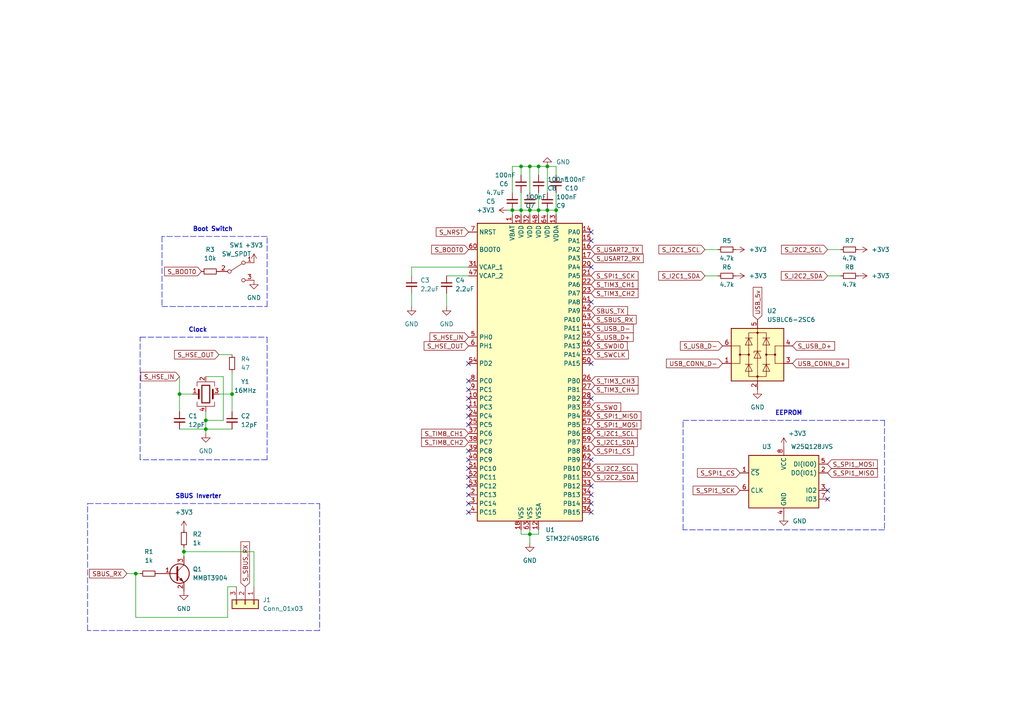
<source format=kicad_sch>
(kicad_sch (version 20211123) (generator eeschema)

  (uuid 064c805f-2df7-440f-89b0-cd99746f58fe)

  (paper "A4")

  (lib_symbols
    (symbol "Connector_Generic:Conn_01x03" (pin_names (offset 1.016) hide) (in_bom yes) (on_board yes)
      (property "Reference" "J" (id 0) (at 0 5.08 0)
        (effects (font (size 1.27 1.27)))
      )
      (property "Value" "Conn_01x03" (id 1) (at 0 -5.08 0)
        (effects (font (size 1.27 1.27)))
      )
      (property "Footprint" "" (id 2) (at 0 0 0)
        (effects (font (size 1.27 1.27)) hide)
      )
      (property "Datasheet" "~" (id 3) (at 0 0 0)
        (effects (font (size 1.27 1.27)) hide)
      )
      (property "ki_keywords" "connector" (id 4) (at 0 0 0)
        (effects (font (size 1.27 1.27)) hide)
      )
      (property "ki_description" "Generic connector, single row, 01x03, script generated (kicad-library-utils/schlib/autogen/connector/)" (id 5) (at 0 0 0)
        (effects (font (size 1.27 1.27)) hide)
      )
      (property "ki_fp_filters" "Connector*:*_1x??_*" (id 6) (at 0 0 0)
        (effects (font (size 1.27 1.27)) hide)
      )
      (symbol "Conn_01x03_1_1"
        (rectangle (start -1.27 -2.413) (end 0 -2.667)
          (stroke (width 0.1524) (type default) (color 0 0 0 0))
          (fill (type none))
        )
        (rectangle (start -1.27 0.127) (end 0 -0.127)
          (stroke (width 0.1524) (type default) (color 0 0 0 0))
          (fill (type none))
        )
        (rectangle (start -1.27 2.667) (end 0 2.413)
          (stroke (width 0.1524) (type default) (color 0 0 0 0))
          (fill (type none))
        )
        (rectangle (start -1.27 3.81) (end 1.27 -3.81)
          (stroke (width 0.254) (type default) (color 0 0 0 0))
          (fill (type background))
        )
        (pin passive line (at -5.08 2.54 0) (length 3.81)
          (name "Pin_1" (effects (font (size 1.27 1.27))))
          (number "1" (effects (font (size 1.27 1.27))))
        )
        (pin passive line (at -5.08 0 0) (length 3.81)
          (name "Pin_2" (effects (font (size 1.27 1.27))))
          (number "2" (effects (font (size 1.27 1.27))))
        )
        (pin passive line (at -5.08 -2.54 0) (length 3.81)
          (name "Pin_3" (effects (font (size 1.27 1.27))))
          (number "3" (effects (font (size 1.27 1.27))))
        )
      )
    )
    (symbol "Device:C_Small" (pin_numbers hide) (pin_names (offset 0.254) hide) (in_bom yes) (on_board yes)
      (property "Reference" "C" (id 0) (at 0.254 1.778 0)
        (effects (font (size 1.27 1.27)) (justify left))
      )
      (property "Value" "C_Small" (id 1) (at 0.254 -2.032 0)
        (effects (font (size 1.27 1.27)) (justify left))
      )
      (property "Footprint" "" (id 2) (at 0 0 0)
        (effects (font (size 1.27 1.27)) hide)
      )
      (property "Datasheet" "~" (id 3) (at 0 0 0)
        (effects (font (size 1.27 1.27)) hide)
      )
      (property "ki_keywords" "capacitor cap" (id 4) (at 0 0 0)
        (effects (font (size 1.27 1.27)) hide)
      )
      (property "ki_description" "Unpolarized capacitor, small symbol" (id 5) (at 0 0 0)
        (effects (font (size 1.27 1.27)) hide)
      )
      (property "ki_fp_filters" "C_*" (id 6) (at 0 0 0)
        (effects (font (size 1.27 1.27)) hide)
      )
      (symbol "C_Small_0_1"
        (polyline
          (pts
            (xy -1.524 -0.508)
            (xy 1.524 -0.508)
          )
          (stroke (width 0.3302) (type default) (color 0 0 0 0))
          (fill (type none))
        )
        (polyline
          (pts
            (xy -1.524 0.508)
            (xy 1.524 0.508)
          )
          (stroke (width 0.3048) (type default) (color 0 0 0 0))
          (fill (type none))
        )
      )
      (symbol "C_Small_1_1"
        (pin passive line (at 0 2.54 270) (length 2.032)
          (name "~" (effects (font (size 1.27 1.27))))
          (number "1" (effects (font (size 1.27 1.27))))
        )
        (pin passive line (at 0 -2.54 90) (length 2.032)
          (name "~" (effects (font (size 1.27 1.27))))
          (number "2" (effects (font (size 1.27 1.27))))
        )
      )
    )
    (symbol "Device:Crystal_GND24" (pin_names (offset 1.016) hide) (in_bom yes) (on_board yes)
      (property "Reference" "Y" (id 0) (at 3.175 5.08 0)
        (effects (font (size 1.27 1.27)) (justify left))
      )
      (property "Value" "Crystal_GND24" (id 1) (at 3.175 3.175 0)
        (effects (font (size 1.27 1.27)) (justify left))
      )
      (property "Footprint" "" (id 2) (at 0 0 0)
        (effects (font (size 1.27 1.27)) hide)
      )
      (property "Datasheet" "~" (id 3) (at 0 0 0)
        (effects (font (size 1.27 1.27)) hide)
      )
      (property "ki_keywords" "quartz ceramic resonator oscillator" (id 4) (at 0 0 0)
        (effects (font (size 1.27 1.27)) hide)
      )
      (property "ki_description" "Four pin crystal, GND on pins 2 and 4" (id 5) (at 0 0 0)
        (effects (font (size 1.27 1.27)) hide)
      )
      (property "ki_fp_filters" "Crystal*" (id 6) (at 0 0 0)
        (effects (font (size 1.27 1.27)) hide)
      )
      (symbol "Crystal_GND24_0_1"
        (rectangle (start -1.143 2.54) (end 1.143 -2.54)
          (stroke (width 0.3048) (type default) (color 0 0 0 0))
          (fill (type none))
        )
        (polyline
          (pts
            (xy -2.54 0)
            (xy -2.032 0)
          )
          (stroke (width 0) (type default) (color 0 0 0 0))
          (fill (type none))
        )
        (polyline
          (pts
            (xy -2.032 -1.27)
            (xy -2.032 1.27)
          )
          (stroke (width 0.508) (type default) (color 0 0 0 0))
          (fill (type none))
        )
        (polyline
          (pts
            (xy 0 -3.81)
            (xy 0 -3.556)
          )
          (stroke (width 0) (type default) (color 0 0 0 0))
          (fill (type none))
        )
        (polyline
          (pts
            (xy 0 3.556)
            (xy 0 3.81)
          )
          (stroke (width 0) (type default) (color 0 0 0 0))
          (fill (type none))
        )
        (polyline
          (pts
            (xy 2.032 -1.27)
            (xy 2.032 1.27)
          )
          (stroke (width 0.508) (type default) (color 0 0 0 0))
          (fill (type none))
        )
        (polyline
          (pts
            (xy 2.032 0)
            (xy 2.54 0)
          )
          (stroke (width 0) (type default) (color 0 0 0 0))
          (fill (type none))
        )
        (polyline
          (pts
            (xy -2.54 -2.286)
            (xy -2.54 -3.556)
            (xy 2.54 -3.556)
            (xy 2.54 -2.286)
          )
          (stroke (width 0) (type default) (color 0 0 0 0))
          (fill (type none))
        )
        (polyline
          (pts
            (xy -2.54 2.286)
            (xy -2.54 3.556)
            (xy 2.54 3.556)
            (xy 2.54 2.286)
          )
          (stroke (width 0) (type default) (color 0 0 0 0))
          (fill (type none))
        )
      )
      (symbol "Crystal_GND24_1_1"
        (pin passive line (at -3.81 0 0) (length 1.27)
          (name "1" (effects (font (size 1.27 1.27))))
          (number "1" (effects (font (size 1.27 1.27))))
        )
        (pin passive line (at 0 5.08 270) (length 1.27)
          (name "2" (effects (font (size 1.27 1.27))))
          (number "2" (effects (font (size 1.27 1.27))))
        )
        (pin passive line (at 3.81 0 180) (length 1.27)
          (name "3" (effects (font (size 1.27 1.27))))
          (number "3" (effects (font (size 1.27 1.27))))
        )
        (pin passive line (at 0 -5.08 90) (length 1.27)
          (name "4" (effects (font (size 1.27 1.27))))
          (number "4" (effects (font (size 1.27 1.27))))
        )
      )
    )
    (symbol "Device:R_Small" (pin_numbers hide) (pin_names (offset 0.254) hide) (in_bom yes) (on_board yes)
      (property "Reference" "R" (id 0) (at 0.762 0.508 0)
        (effects (font (size 1.27 1.27)) (justify left))
      )
      (property "Value" "R_Small" (id 1) (at 0.762 -1.016 0)
        (effects (font (size 1.27 1.27)) (justify left))
      )
      (property "Footprint" "" (id 2) (at 0 0 0)
        (effects (font (size 1.27 1.27)) hide)
      )
      (property "Datasheet" "~" (id 3) (at 0 0 0)
        (effects (font (size 1.27 1.27)) hide)
      )
      (property "ki_keywords" "R resistor" (id 4) (at 0 0 0)
        (effects (font (size 1.27 1.27)) hide)
      )
      (property "ki_description" "Resistor, small symbol" (id 5) (at 0 0 0)
        (effects (font (size 1.27 1.27)) hide)
      )
      (property "ki_fp_filters" "R_*" (id 6) (at 0 0 0)
        (effects (font (size 1.27 1.27)) hide)
      )
      (symbol "R_Small_0_1"
        (rectangle (start -0.762 1.778) (end 0.762 -1.778)
          (stroke (width 0.2032) (type default) (color 0 0 0 0))
          (fill (type none))
        )
      )
      (symbol "R_Small_1_1"
        (pin passive line (at 0 2.54 270) (length 0.762)
          (name "~" (effects (font (size 1.27 1.27))))
          (number "1" (effects (font (size 1.27 1.27))))
        )
        (pin passive line (at 0 -2.54 90) (length 0.762)
          (name "~" (effects (font (size 1.27 1.27))))
          (number "2" (effects (font (size 1.27 1.27))))
        )
      )
    )
    (symbol "MCU_ST_STM32F4:STM32F405RGTx" (in_bom yes) (on_board yes)
      (property "Reference" "U" (id 0) (at -15.24 44.45 0)
        (effects (font (size 1.27 1.27)) (justify left))
      )
      (property "Value" "STM32F405RGTx" (id 1) (at 10.16 44.45 0)
        (effects (font (size 1.27 1.27)) (justify left))
      )
      (property "Footprint" "Package_QFP:LQFP-64_10x10mm_P0.5mm" (id 2) (at -15.24 -43.18 0)
        (effects (font (size 1.27 1.27)) (justify right) hide)
      )
      (property "Datasheet" "http://www.st.com/st-web-ui/static/active/en/resource/technical/document/datasheet/DM00037051.pdf" (id 3) (at 0 0 0)
        (effects (font (size 1.27 1.27)) hide)
      )
      (property "ki_keywords" "ARM Cortex-M4 STM32F4 STM32F405/415" (id 4) (at 0 0 0)
        (effects (font (size 1.27 1.27)) hide)
      )
      (property "ki_description" "ARM Cortex-M4 MCU, 1024KB flash, 128KB RAM, 168MHz, 1.8-3.6V, 51 GPIO, LQFP-64" (id 5) (at 0 0 0)
        (effects (font (size 1.27 1.27)) hide)
      )
      (property "ki_fp_filters" "LQFP*10x10mm*P0.5mm*" (id 6) (at 0 0 0)
        (effects (font (size 1.27 1.27)) hide)
      )
      (symbol "STM32F405RGTx_0_1"
        (rectangle (start -15.24 -43.18) (end 15.24 43.18)
          (stroke (width 0.254) (type default) (color 0 0 0 0))
          (fill (type background))
        )
      )
      (symbol "STM32F405RGTx_1_1"
        (pin power_in line (at -5.08 45.72 270) (length 2.54)
          (name "VBAT" (effects (font (size 1.27 1.27))))
          (number "1" (effects (font (size 1.27 1.27))))
        )
        (pin bidirectional line (at -17.78 -7.62 0) (length 2.54)
          (name "PC2" (effects (font (size 1.27 1.27))))
          (number "10" (effects (font (size 1.27 1.27))))
        )
        (pin bidirectional line (at -17.78 -10.16 0) (length 2.54)
          (name "PC3" (effects (font (size 1.27 1.27))))
          (number "11" (effects (font (size 1.27 1.27))))
        )
        (pin power_in line (at 2.54 -45.72 90) (length 2.54)
          (name "VSSA" (effects (font (size 1.27 1.27))))
          (number "12" (effects (font (size 1.27 1.27))))
        )
        (pin power_in line (at 7.62 45.72 270) (length 2.54)
          (name "VDDA" (effects (font (size 1.27 1.27))))
          (number "13" (effects (font (size 1.27 1.27))))
        )
        (pin bidirectional line (at 17.78 40.64 180) (length 2.54)
          (name "PA0" (effects (font (size 1.27 1.27))))
          (number "14" (effects (font (size 1.27 1.27))))
        )
        (pin bidirectional line (at 17.78 38.1 180) (length 2.54)
          (name "PA1" (effects (font (size 1.27 1.27))))
          (number "15" (effects (font (size 1.27 1.27))))
        )
        (pin bidirectional line (at 17.78 35.56 180) (length 2.54)
          (name "PA2" (effects (font (size 1.27 1.27))))
          (number "16" (effects (font (size 1.27 1.27))))
        )
        (pin bidirectional line (at 17.78 33.02 180) (length 2.54)
          (name "PA3" (effects (font (size 1.27 1.27))))
          (number "17" (effects (font (size 1.27 1.27))))
        )
        (pin power_in line (at -2.54 -45.72 90) (length 2.54)
          (name "VSS" (effects (font (size 1.27 1.27))))
          (number "18" (effects (font (size 1.27 1.27))))
        )
        (pin power_in line (at -2.54 45.72 270) (length 2.54)
          (name "VDD" (effects (font (size 1.27 1.27))))
          (number "19" (effects (font (size 1.27 1.27))))
        )
        (pin bidirectional line (at -17.78 -35.56 0) (length 2.54)
          (name "PC13" (effects (font (size 1.27 1.27))))
          (number "2" (effects (font (size 1.27 1.27))))
        )
        (pin bidirectional line (at 17.78 30.48 180) (length 2.54)
          (name "PA4" (effects (font (size 1.27 1.27))))
          (number "20" (effects (font (size 1.27 1.27))))
        )
        (pin bidirectional line (at 17.78 27.94 180) (length 2.54)
          (name "PA5" (effects (font (size 1.27 1.27))))
          (number "21" (effects (font (size 1.27 1.27))))
        )
        (pin bidirectional line (at 17.78 25.4 180) (length 2.54)
          (name "PA6" (effects (font (size 1.27 1.27))))
          (number "22" (effects (font (size 1.27 1.27))))
        )
        (pin bidirectional line (at 17.78 22.86 180) (length 2.54)
          (name "PA7" (effects (font (size 1.27 1.27))))
          (number "23" (effects (font (size 1.27 1.27))))
        )
        (pin bidirectional line (at -17.78 -12.7 0) (length 2.54)
          (name "PC4" (effects (font (size 1.27 1.27))))
          (number "24" (effects (font (size 1.27 1.27))))
        )
        (pin bidirectional line (at -17.78 -15.24 0) (length 2.54)
          (name "PC5" (effects (font (size 1.27 1.27))))
          (number "25" (effects (font (size 1.27 1.27))))
        )
        (pin bidirectional line (at 17.78 -2.54 180) (length 2.54)
          (name "PB0" (effects (font (size 1.27 1.27))))
          (number "26" (effects (font (size 1.27 1.27))))
        )
        (pin bidirectional line (at 17.78 -5.08 180) (length 2.54)
          (name "PB1" (effects (font (size 1.27 1.27))))
          (number "27" (effects (font (size 1.27 1.27))))
        )
        (pin bidirectional line (at 17.78 -7.62 180) (length 2.54)
          (name "PB2" (effects (font (size 1.27 1.27))))
          (number "28" (effects (font (size 1.27 1.27))))
        )
        (pin bidirectional line (at 17.78 -27.94 180) (length 2.54)
          (name "PB10" (effects (font (size 1.27 1.27))))
          (number "29" (effects (font (size 1.27 1.27))))
        )
        (pin bidirectional line (at -17.78 -38.1 0) (length 2.54)
          (name "PC14" (effects (font (size 1.27 1.27))))
          (number "3" (effects (font (size 1.27 1.27))))
        )
        (pin bidirectional line (at 17.78 -30.48 180) (length 2.54)
          (name "PB11" (effects (font (size 1.27 1.27))))
          (number "30" (effects (font (size 1.27 1.27))))
        )
        (pin power_in line (at -17.78 30.48 0) (length 2.54)
          (name "VCAP_1" (effects (font (size 1.27 1.27))))
          (number "31" (effects (font (size 1.27 1.27))))
        )
        (pin power_in line (at 0 45.72 270) (length 2.54)
          (name "VDD" (effects (font (size 1.27 1.27))))
          (number "32" (effects (font (size 1.27 1.27))))
        )
        (pin bidirectional line (at 17.78 -33.02 180) (length 2.54)
          (name "PB12" (effects (font (size 1.27 1.27))))
          (number "33" (effects (font (size 1.27 1.27))))
        )
        (pin bidirectional line (at 17.78 -35.56 180) (length 2.54)
          (name "PB13" (effects (font (size 1.27 1.27))))
          (number "34" (effects (font (size 1.27 1.27))))
        )
        (pin bidirectional line (at 17.78 -38.1 180) (length 2.54)
          (name "PB14" (effects (font (size 1.27 1.27))))
          (number "35" (effects (font (size 1.27 1.27))))
        )
        (pin bidirectional line (at 17.78 -40.64 180) (length 2.54)
          (name "PB15" (effects (font (size 1.27 1.27))))
          (number "36" (effects (font (size 1.27 1.27))))
        )
        (pin bidirectional line (at -17.78 -17.78 0) (length 2.54)
          (name "PC6" (effects (font (size 1.27 1.27))))
          (number "37" (effects (font (size 1.27 1.27))))
        )
        (pin bidirectional line (at -17.78 -20.32 0) (length 2.54)
          (name "PC7" (effects (font (size 1.27 1.27))))
          (number "38" (effects (font (size 1.27 1.27))))
        )
        (pin bidirectional line (at -17.78 -22.86 0) (length 2.54)
          (name "PC8" (effects (font (size 1.27 1.27))))
          (number "39" (effects (font (size 1.27 1.27))))
        )
        (pin bidirectional line (at -17.78 -40.64 0) (length 2.54)
          (name "PC15" (effects (font (size 1.27 1.27))))
          (number "4" (effects (font (size 1.27 1.27))))
        )
        (pin bidirectional line (at -17.78 -25.4 0) (length 2.54)
          (name "PC9" (effects (font (size 1.27 1.27))))
          (number "40" (effects (font (size 1.27 1.27))))
        )
        (pin bidirectional line (at 17.78 20.32 180) (length 2.54)
          (name "PA8" (effects (font (size 1.27 1.27))))
          (number "41" (effects (font (size 1.27 1.27))))
        )
        (pin bidirectional line (at 17.78 17.78 180) (length 2.54)
          (name "PA9" (effects (font (size 1.27 1.27))))
          (number "42" (effects (font (size 1.27 1.27))))
        )
        (pin bidirectional line (at 17.78 15.24 180) (length 2.54)
          (name "PA10" (effects (font (size 1.27 1.27))))
          (number "43" (effects (font (size 1.27 1.27))))
        )
        (pin bidirectional line (at 17.78 12.7 180) (length 2.54)
          (name "PA11" (effects (font (size 1.27 1.27))))
          (number "44" (effects (font (size 1.27 1.27))))
        )
        (pin bidirectional line (at 17.78 10.16 180) (length 2.54)
          (name "PA12" (effects (font (size 1.27 1.27))))
          (number "45" (effects (font (size 1.27 1.27))))
        )
        (pin bidirectional line (at 17.78 7.62 180) (length 2.54)
          (name "PA13" (effects (font (size 1.27 1.27))))
          (number "46" (effects (font (size 1.27 1.27))))
        )
        (pin power_in line (at -17.78 27.94 0) (length 2.54)
          (name "VCAP_2" (effects (font (size 1.27 1.27))))
          (number "47" (effects (font (size 1.27 1.27))))
        )
        (pin power_in line (at 2.54 45.72 270) (length 2.54)
          (name "VDD" (effects (font (size 1.27 1.27))))
          (number "48" (effects (font (size 1.27 1.27))))
        )
        (pin bidirectional line (at 17.78 5.08 180) (length 2.54)
          (name "PA14" (effects (font (size 1.27 1.27))))
          (number "49" (effects (font (size 1.27 1.27))))
        )
        (pin input line (at -17.78 10.16 0) (length 2.54)
          (name "PH0" (effects (font (size 1.27 1.27))))
          (number "5" (effects (font (size 1.27 1.27))))
        )
        (pin bidirectional line (at 17.78 2.54 180) (length 2.54)
          (name "PA15" (effects (font (size 1.27 1.27))))
          (number "50" (effects (font (size 1.27 1.27))))
        )
        (pin bidirectional line (at -17.78 -27.94 0) (length 2.54)
          (name "PC10" (effects (font (size 1.27 1.27))))
          (number "51" (effects (font (size 1.27 1.27))))
        )
        (pin bidirectional line (at -17.78 -30.48 0) (length 2.54)
          (name "PC11" (effects (font (size 1.27 1.27))))
          (number "52" (effects (font (size 1.27 1.27))))
        )
        (pin bidirectional line (at -17.78 -33.02 0) (length 2.54)
          (name "PC12" (effects (font (size 1.27 1.27))))
          (number "53" (effects (font (size 1.27 1.27))))
        )
        (pin bidirectional line (at -17.78 2.54 0) (length 2.54)
          (name "PD2" (effects (font (size 1.27 1.27))))
          (number "54" (effects (font (size 1.27 1.27))))
        )
        (pin bidirectional line (at 17.78 -10.16 180) (length 2.54)
          (name "PB3" (effects (font (size 1.27 1.27))))
          (number "55" (effects (font (size 1.27 1.27))))
        )
        (pin bidirectional line (at 17.78 -12.7 180) (length 2.54)
          (name "PB4" (effects (font (size 1.27 1.27))))
          (number "56" (effects (font (size 1.27 1.27))))
        )
        (pin bidirectional line (at 17.78 -15.24 180) (length 2.54)
          (name "PB5" (effects (font (size 1.27 1.27))))
          (number "57" (effects (font (size 1.27 1.27))))
        )
        (pin bidirectional line (at 17.78 -17.78 180) (length 2.54)
          (name "PB6" (effects (font (size 1.27 1.27))))
          (number "58" (effects (font (size 1.27 1.27))))
        )
        (pin bidirectional line (at 17.78 -20.32 180) (length 2.54)
          (name "PB7" (effects (font (size 1.27 1.27))))
          (number "59" (effects (font (size 1.27 1.27))))
        )
        (pin input line (at -17.78 7.62 0) (length 2.54)
          (name "PH1" (effects (font (size 1.27 1.27))))
          (number "6" (effects (font (size 1.27 1.27))))
        )
        (pin input line (at -17.78 35.56 0) (length 2.54)
          (name "BOOT0" (effects (font (size 1.27 1.27))))
          (number "60" (effects (font (size 1.27 1.27))))
        )
        (pin bidirectional line (at 17.78 -22.86 180) (length 2.54)
          (name "PB8" (effects (font (size 1.27 1.27))))
          (number "61" (effects (font (size 1.27 1.27))))
        )
        (pin bidirectional line (at 17.78 -25.4 180) (length 2.54)
          (name "PB9" (effects (font (size 1.27 1.27))))
          (number "62" (effects (font (size 1.27 1.27))))
        )
        (pin power_in line (at 0 -45.72 90) (length 2.54)
          (name "VSS" (effects (font (size 1.27 1.27))))
          (number "63" (effects (font (size 1.27 1.27))))
        )
        (pin power_in line (at 5.08 45.72 270) (length 2.54)
          (name "VDD" (effects (font (size 1.27 1.27))))
          (number "64" (effects (font (size 1.27 1.27))))
        )
        (pin input line (at -17.78 40.64 0) (length 2.54)
          (name "NRST" (effects (font (size 1.27 1.27))))
          (number "7" (effects (font (size 1.27 1.27))))
        )
        (pin bidirectional line (at -17.78 -2.54 0) (length 2.54)
          (name "PC0" (effects (font (size 1.27 1.27))))
          (number "8" (effects (font (size 1.27 1.27))))
        )
        (pin bidirectional line (at -17.78 -5.08 0) (length 2.54)
          (name "PC1" (effects (font (size 1.27 1.27))))
          (number "9" (effects (font (size 1.27 1.27))))
        )
      )
    )
    (symbol "Memory_Flash:W25Q128JVS" (in_bom yes) (on_board yes)
      (property "Reference" "U" (id 0) (at -8.89 8.89 0)
        (effects (font (size 1.27 1.27)))
      )
      (property "Value" "W25Q128JVS" (id 1) (at 7.62 8.89 0)
        (effects (font (size 1.27 1.27)))
      )
      (property "Footprint" "Package_SO:SOIC-8_5.23x5.23mm_P1.27mm" (id 2) (at 0 0 0)
        (effects (font (size 1.27 1.27)) hide)
      )
      (property "Datasheet" "http://www.winbond.com/resource-files/w25q128jv_dtr%20revc%2003272018%20plus.pdf" (id 3) (at 0 0 0)
        (effects (font (size 1.27 1.27)) hide)
      )
      (property "ki_keywords" "flash memory SPI QPI DTR" (id 4) (at 0 0 0)
        (effects (font (size 1.27 1.27)) hide)
      )
      (property "ki_description" "128Mb Serial Flash Memory, Standard/Dual/Quad SPI, SOIC-8" (id 5) (at 0 0 0)
        (effects (font (size 1.27 1.27)) hide)
      )
      (property "ki_fp_filters" "SOIC*5.23x5.23mm*P1.27mm*" (id 6) (at 0 0 0)
        (effects (font (size 1.27 1.27)) hide)
      )
      (symbol "W25Q128JVS_0_1"
        (rectangle (start -10.16 7.62) (end 10.16 -7.62)
          (stroke (width 0.254) (type default) (color 0 0 0 0))
          (fill (type background))
        )
      )
      (symbol "W25Q128JVS_1_1"
        (pin input line (at -12.7 2.54 0) (length 2.54)
          (name "~{CS}" (effects (font (size 1.27 1.27))))
          (number "1" (effects (font (size 1.27 1.27))))
        )
        (pin bidirectional line (at 12.7 2.54 180) (length 2.54)
          (name "DO(IO1)" (effects (font (size 1.27 1.27))))
          (number "2" (effects (font (size 1.27 1.27))))
        )
        (pin bidirectional line (at 12.7 -2.54 180) (length 2.54)
          (name "IO2" (effects (font (size 1.27 1.27))))
          (number "3" (effects (font (size 1.27 1.27))))
        )
        (pin power_in line (at 0 -10.16 90) (length 2.54)
          (name "GND" (effects (font (size 1.27 1.27))))
          (number "4" (effects (font (size 1.27 1.27))))
        )
        (pin bidirectional line (at 12.7 5.08 180) (length 2.54)
          (name "DI(IO0)" (effects (font (size 1.27 1.27))))
          (number "5" (effects (font (size 1.27 1.27))))
        )
        (pin input line (at -12.7 -2.54 0) (length 2.54)
          (name "CLK" (effects (font (size 1.27 1.27))))
          (number "6" (effects (font (size 1.27 1.27))))
        )
        (pin bidirectional line (at 12.7 -5.08 180) (length 2.54)
          (name "IO3" (effects (font (size 1.27 1.27))))
          (number "7" (effects (font (size 1.27 1.27))))
        )
        (pin power_in line (at 0 10.16 270) (length 2.54)
          (name "VCC" (effects (font (size 1.27 1.27))))
          (number "8" (effects (font (size 1.27 1.27))))
        )
      )
    )
    (symbol "Power_Protection:USBLC6-2SC6" (pin_names hide) (in_bom yes) (on_board yes)
      (property "Reference" "U" (id 0) (at 2.54 8.89 0)
        (effects (font (size 1.27 1.27)) (justify left))
      )
      (property "Value" "USBLC6-2SC6" (id 1) (at 2.54 -8.89 0)
        (effects (font (size 1.27 1.27)) (justify left))
      )
      (property "Footprint" "Package_TO_SOT_SMD:SOT-23-6" (id 2) (at 0 -12.7 0)
        (effects (font (size 1.27 1.27)) hide)
      )
      (property "Datasheet" "https://www.st.com/resource/en/datasheet/usblc6-2.pdf" (id 3) (at 5.08 8.89 0)
        (effects (font (size 1.27 1.27)) hide)
      )
      (property "ki_keywords" "usb ethernet video" (id 4) (at 0 0 0)
        (effects (font (size 1.27 1.27)) hide)
      )
      (property "ki_description" "Very low capacitance ESD protection diode, 2 data-line, SOT-23-6" (id 5) (at 0 0 0)
        (effects (font (size 1.27 1.27)) hide)
      )
      (property "ki_fp_filters" "SOT?23*" (id 6) (at 0 0 0)
        (effects (font (size 1.27 1.27)) hide)
      )
      (symbol "USBLC6-2SC6_0_1"
        (rectangle (start -7.62 -7.62) (end 7.62 7.62)
          (stroke (width 0.254) (type default) (color 0 0 0 0))
          (fill (type background))
        )
        (circle (center -5.08 0) (radius 0.254)
          (stroke (width 0) (type default) (color 0 0 0 0))
          (fill (type outline))
        )
        (circle (center -2.54 0) (radius 0.254)
          (stroke (width 0) (type default) (color 0 0 0 0))
          (fill (type outline))
        )
        (rectangle (start -2.54 6.35) (end 2.54 -6.35)
          (stroke (width 0) (type default) (color 0 0 0 0))
          (fill (type none))
        )
        (circle (center 0 -6.35) (radius 0.254)
          (stroke (width 0) (type default) (color 0 0 0 0))
          (fill (type outline))
        )
        (polyline
          (pts
            (xy -5.08 -2.54)
            (xy -7.62 -2.54)
          )
          (stroke (width 0) (type default) (color 0 0 0 0))
          (fill (type none))
        )
        (polyline
          (pts
            (xy -5.08 0)
            (xy -5.08 -2.54)
          )
          (stroke (width 0) (type default) (color 0 0 0 0))
          (fill (type none))
        )
        (polyline
          (pts
            (xy -5.08 2.54)
            (xy -7.62 2.54)
          )
          (stroke (width 0) (type default) (color 0 0 0 0))
          (fill (type none))
        )
        (polyline
          (pts
            (xy -1.524 -2.794)
            (xy -3.556 -2.794)
          )
          (stroke (width 0) (type default) (color 0 0 0 0))
          (fill (type none))
        )
        (polyline
          (pts
            (xy -1.524 4.826)
            (xy -3.556 4.826)
          )
          (stroke (width 0) (type default) (color 0 0 0 0))
          (fill (type none))
        )
        (polyline
          (pts
            (xy 0 -7.62)
            (xy 0 -6.35)
          )
          (stroke (width 0) (type default) (color 0 0 0 0))
          (fill (type none))
        )
        (polyline
          (pts
            (xy 0 -6.35)
            (xy 0 1.27)
          )
          (stroke (width 0) (type default) (color 0 0 0 0))
          (fill (type none))
        )
        (polyline
          (pts
            (xy 0 1.27)
            (xy 0 6.35)
          )
          (stroke (width 0) (type default) (color 0 0 0 0))
          (fill (type none))
        )
        (polyline
          (pts
            (xy 0 6.35)
            (xy 0 7.62)
          )
          (stroke (width 0) (type default) (color 0 0 0 0))
          (fill (type none))
        )
        (polyline
          (pts
            (xy 1.524 -2.794)
            (xy 3.556 -2.794)
          )
          (stroke (width 0) (type default) (color 0 0 0 0))
          (fill (type none))
        )
        (polyline
          (pts
            (xy 1.524 4.826)
            (xy 3.556 4.826)
          )
          (stroke (width 0) (type default) (color 0 0 0 0))
          (fill (type none))
        )
        (polyline
          (pts
            (xy 5.08 -2.54)
            (xy 7.62 -2.54)
          )
          (stroke (width 0) (type default) (color 0 0 0 0))
          (fill (type none))
        )
        (polyline
          (pts
            (xy 5.08 0)
            (xy 5.08 -2.54)
          )
          (stroke (width 0) (type default) (color 0 0 0 0))
          (fill (type none))
        )
        (polyline
          (pts
            (xy 5.08 2.54)
            (xy 7.62 2.54)
          )
          (stroke (width 0) (type default) (color 0 0 0 0))
          (fill (type none))
        )
        (polyline
          (pts
            (xy -2.54 0)
            (xy -5.08 0)
            (xy -5.08 2.54)
          )
          (stroke (width 0) (type default) (color 0 0 0 0))
          (fill (type none))
        )
        (polyline
          (pts
            (xy 2.54 0)
            (xy 5.08 0)
            (xy 5.08 2.54)
          )
          (stroke (width 0) (type default) (color 0 0 0 0))
          (fill (type none))
        )
        (polyline
          (pts
            (xy -3.556 -4.826)
            (xy -1.524 -4.826)
            (xy -2.54 -2.794)
            (xy -3.556 -4.826)
          )
          (stroke (width 0) (type default) (color 0 0 0 0))
          (fill (type none))
        )
        (polyline
          (pts
            (xy -3.556 2.794)
            (xy -1.524 2.794)
            (xy -2.54 4.826)
            (xy -3.556 2.794)
          )
          (stroke (width 0) (type default) (color 0 0 0 0))
          (fill (type none))
        )
        (polyline
          (pts
            (xy -1.016 -1.016)
            (xy 1.016 -1.016)
            (xy 0 1.016)
            (xy -1.016 -1.016)
          )
          (stroke (width 0) (type default) (color 0 0 0 0))
          (fill (type none))
        )
        (polyline
          (pts
            (xy 1.016 1.016)
            (xy 0.762 1.016)
            (xy -1.016 1.016)
            (xy -1.016 0.508)
          )
          (stroke (width 0) (type default) (color 0 0 0 0))
          (fill (type none))
        )
        (polyline
          (pts
            (xy 3.556 -4.826)
            (xy 1.524 -4.826)
            (xy 2.54 -2.794)
            (xy 3.556 -4.826)
          )
          (stroke (width 0) (type default) (color 0 0 0 0))
          (fill (type none))
        )
        (polyline
          (pts
            (xy 3.556 2.794)
            (xy 1.524 2.794)
            (xy 2.54 4.826)
            (xy 3.556 2.794)
          )
          (stroke (width 0) (type default) (color 0 0 0 0))
          (fill (type none))
        )
        (circle (center 0 6.35) (radius 0.254)
          (stroke (width 0) (type default) (color 0 0 0 0))
          (fill (type outline))
        )
        (circle (center 2.54 0) (radius 0.254)
          (stroke (width 0) (type default) (color 0 0 0 0))
          (fill (type outline))
        )
        (circle (center 5.08 0) (radius 0.254)
          (stroke (width 0) (type default) (color 0 0 0 0))
          (fill (type outline))
        )
      )
      (symbol "USBLC6-2SC6_1_1"
        (pin passive line (at -10.16 -2.54 0) (length 2.54)
          (name "I/O1" (effects (font (size 1.27 1.27))))
          (number "1" (effects (font (size 1.27 1.27))))
        )
        (pin passive line (at 0 -10.16 90) (length 2.54)
          (name "GND" (effects (font (size 1.27 1.27))))
          (number "2" (effects (font (size 1.27 1.27))))
        )
        (pin passive line (at 10.16 -2.54 180) (length 2.54)
          (name "I/O2" (effects (font (size 1.27 1.27))))
          (number "3" (effects (font (size 1.27 1.27))))
        )
        (pin passive line (at 10.16 2.54 180) (length 2.54)
          (name "I/O2" (effects (font (size 1.27 1.27))))
          (number "4" (effects (font (size 1.27 1.27))))
        )
        (pin passive line (at 0 10.16 270) (length 2.54)
          (name "VBUS" (effects (font (size 1.27 1.27))))
          (number "5" (effects (font (size 1.27 1.27))))
        )
        (pin passive line (at -10.16 2.54 0) (length 2.54)
          (name "I/O1" (effects (font (size 1.27 1.27))))
          (number "6" (effects (font (size 1.27 1.27))))
        )
      )
    )
    (symbol "Switch:SW_SPDT" (pin_names (offset 0) hide) (in_bom yes) (on_board yes)
      (property "Reference" "SW" (id 0) (at 0 4.318 0)
        (effects (font (size 1.27 1.27)))
      )
      (property "Value" "SW_SPDT" (id 1) (at 0 -5.08 0)
        (effects (font (size 1.27 1.27)))
      )
      (property "Footprint" "" (id 2) (at 0 0 0)
        (effects (font (size 1.27 1.27)) hide)
      )
      (property "Datasheet" "~" (id 3) (at 0 0 0)
        (effects (font (size 1.27 1.27)) hide)
      )
      (property "ki_keywords" "switch single-pole double-throw spdt ON-ON" (id 4) (at 0 0 0)
        (effects (font (size 1.27 1.27)) hide)
      )
      (property "ki_description" "Switch, single pole double throw" (id 5) (at 0 0 0)
        (effects (font (size 1.27 1.27)) hide)
      )
      (symbol "SW_SPDT_0_0"
        (circle (center -2.032 0) (radius 0.508)
          (stroke (width 0) (type default) (color 0 0 0 0))
          (fill (type none))
        )
        (circle (center 2.032 -2.54) (radius 0.508)
          (stroke (width 0) (type default) (color 0 0 0 0))
          (fill (type none))
        )
      )
      (symbol "SW_SPDT_0_1"
        (polyline
          (pts
            (xy -1.524 0.254)
            (xy 1.651 2.286)
          )
          (stroke (width 0) (type default) (color 0 0 0 0))
          (fill (type none))
        )
        (circle (center 2.032 2.54) (radius 0.508)
          (stroke (width 0) (type default) (color 0 0 0 0))
          (fill (type none))
        )
      )
      (symbol "SW_SPDT_1_1"
        (pin passive line (at 5.08 2.54 180) (length 2.54)
          (name "A" (effects (font (size 1.27 1.27))))
          (number "1" (effects (font (size 1.27 1.27))))
        )
        (pin passive line (at -5.08 0 0) (length 2.54)
          (name "B" (effects (font (size 1.27 1.27))))
          (number "2" (effects (font (size 1.27 1.27))))
        )
        (pin passive line (at 5.08 -2.54 180) (length 2.54)
          (name "C" (effects (font (size 1.27 1.27))))
          (number "3" (effects (font (size 1.27 1.27))))
        )
      )
    )
    (symbol "Transistor_BJT:MMBT3904" (pin_names (offset 0) hide) (in_bom yes) (on_board yes)
      (property "Reference" "Q" (id 0) (at 5.08 1.905 0)
        (effects (font (size 1.27 1.27)) (justify left))
      )
      (property "Value" "MMBT3904" (id 1) (at 5.08 0 0)
        (effects (font (size 1.27 1.27)) (justify left))
      )
      (property "Footprint" "Package_TO_SOT_SMD:SOT-23" (id 2) (at 5.08 -1.905 0)
        (effects (font (size 1.27 1.27) italic) (justify left) hide)
      )
      (property "Datasheet" "https://www.onsemi.com/pub/Collateral/2N3903-D.PDF" (id 3) (at 0 0 0)
        (effects (font (size 1.27 1.27)) (justify left) hide)
      )
      (property "ki_keywords" "NPN Transistor" (id 4) (at 0 0 0)
        (effects (font (size 1.27 1.27)) hide)
      )
      (property "ki_description" "0.2A Ic, 40V Vce, Small Signal NPN Transistor, SOT-23" (id 5) (at 0 0 0)
        (effects (font (size 1.27 1.27)) hide)
      )
      (property "ki_fp_filters" "SOT?23*" (id 6) (at 0 0 0)
        (effects (font (size 1.27 1.27)) hide)
      )
      (symbol "MMBT3904_0_1"
        (polyline
          (pts
            (xy 0.635 0.635)
            (xy 2.54 2.54)
          )
          (stroke (width 0) (type default) (color 0 0 0 0))
          (fill (type none))
        )
        (polyline
          (pts
            (xy 0.635 -0.635)
            (xy 2.54 -2.54)
            (xy 2.54 -2.54)
          )
          (stroke (width 0) (type default) (color 0 0 0 0))
          (fill (type none))
        )
        (polyline
          (pts
            (xy 0.635 1.905)
            (xy 0.635 -1.905)
            (xy 0.635 -1.905)
          )
          (stroke (width 0.508) (type default) (color 0 0 0 0))
          (fill (type none))
        )
        (polyline
          (pts
            (xy 1.27 -1.778)
            (xy 1.778 -1.27)
            (xy 2.286 -2.286)
            (xy 1.27 -1.778)
            (xy 1.27 -1.778)
          )
          (stroke (width 0) (type default) (color 0 0 0 0))
          (fill (type outline))
        )
        (circle (center 1.27 0) (radius 2.8194)
          (stroke (width 0.254) (type default) (color 0 0 0 0))
          (fill (type none))
        )
      )
      (symbol "MMBT3904_1_1"
        (pin input line (at -5.08 0 0) (length 5.715)
          (name "B" (effects (font (size 1.27 1.27))))
          (number "1" (effects (font (size 1.27 1.27))))
        )
        (pin passive line (at 2.54 -5.08 90) (length 2.54)
          (name "E" (effects (font (size 1.27 1.27))))
          (number "2" (effects (font (size 1.27 1.27))))
        )
        (pin passive line (at 2.54 5.08 270) (length 2.54)
          (name "C" (effects (font (size 1.27 1.27))))
          (number "3" (effects (font (size 1.27 1.27))))
        )
      )
    )
    (symbol "power:+3.3V" (power) (pin_names (offset 0)) (in_bom yes) (on_board yes)
      (property "Reference" "#PWR" (id 0) (at 0 -3.81 0)
        (effects (font (size 1.27 1.27)) hide)
      )
      (property "Value" "+3.3V" (id 1) (at 0 3.556 0)
        (effects (font (size 1.27 1.27)))
      )
      (property "Footprint" "" (id 2) (at 0 0 0)
        (effects (font (size 1.27 1.27)) hide)
      )
      (property "Datasheet" "" (id 3) (at 0 0 0)
        (effects (font (size 1.27 1.27)) hide)
      )
      (property "ki_keywords" "power-flag" (id 4) (at 0 0 0)
        (effects (font (size 1.27 1.27)) hide)
      )
      (property "ki_description" "Power symbol creates a global label with name \"+3.3V\"" (id 5) (at 0 0 0)
        (effects (font (size 1.27 1.27)) hide)
      )
      (symbol "+3.3V_0_1"
        (polyline
          (pts
            (xy -0.762 1.27)
            (xy 0 2.54)
          )
          (stroke (width 0) (type default) (color 0 0 0 0))
          (fill (type none))
        )
        (polyline
          (pts
            (xy 0 0)
            (xy 0 2.54)
          )
          (stroke (width 0) (type default) (color 0 0 0 0))
          (fill (type none))
        )
        (polyline
          (pts
            (xy 0 2.54)
            (xy 0.762 1.27)
          )
          (stroke (width 0) (type default) (color 0 0 0 0))
          (fill (type none))
        )
      )
      (symbol "+3.3V_1_1"
        (pin power_in line (at 0 0 90) (length 0) hide
          (name "+3V3" (effects (font (size 1.27 1.27))))
          (number "1" (effects (font (size 1.27 1.27))))
        )
      )
    )
    (symbol "power:GND" (power) (pin_names (offset 0)) (in_bom yes) (on_board yes)
      (property "Reference" "#PWR" (id 0) (at 0 -6.35 0)
        (effects (font (size 1.27 1.27)) hide)
      )
      (property "Value" "GND" (id 1) (at 0 -3.81 0)
        (effects (font (size 1.27 1.27)))
      )
      (property "Footprint" "" (id 2) (at 0 0 0)
        (effects (font (size 1.27 1.27)) hide)
      )
      (property "Datasheet" "" (id 3) (at 0 0 0)
        (effects (font (size 1.27 1.27)) hide)
      )
      (property "ki_keywords" "power-flag" (id 4) (at 0 0 0)
        (effects (font (size 1.27 1.27)) hide)
      )
      (property "ki_description" "Power symbol creates a global label with name \"GND\" , ground" (id 5) (at 0 0 0)
        (effects (font (size 1.27 1.27)) hide)
      )
      (symbol "GND_0_1"
        (polyline
          (pts
            (xy 0 0)
            (xy 0 -1.27)
            (xy 1.27 -1.27)
            (xy 0 -2.54)
            (xy -1.27 -1.27)
            (xy 0 -1.27)
          )
          (stroke (width 0) (type default) (color 0 0 0 0))
          (fill (type none))
        )
      )
      (symbol "GND_1_1"
        (pin power_in line (at 0 0 270) (length 0) hide
          (name "GND" (effects (font (size 1.27 1.27))))
          (number "1" (effects (font (size 1.27 1.27))))
        )
      )
    )
  )

  (junction (at 59.69 124.46) (diameter 0) (color 0 0 0 0)
    (uuid 05160eda-9ab9-4dc6-b28b-87ee8c4dda09)
  )
  (junction (at 151.13 60.96) (diameter 0) (color 0 0 0 0)
    (uuid 07e950e5-c5f0-43e6-af53-47a080d7ef7b)
  )
  (junction (at 153.67 48.26) (diameter 0) (color 0 0 0 0)
    (uuid 3739a067-04aa-4910-8e40-69185eaf051d)
  )
  (junction (at 153.67 154.94) (diameter 0) (color 0 0 0 0)
    (uuid 4c307626-56e1-480e-8c3c-773433953009)
  )
  (junction (at 52.07 114.3) (diameter 0) (color 0 0 0 0)
    (uuid 674a269a-3bf0-458b-bcad-2f60be4d026e)
  )
  (junction (at 153.67 60.96) (diameter 0) (color 0 0 0 0)
    (uuid 70403ef4-c0bd-496a-94d2-6d92610109e4)
  )
  (junction (at 39.37 166.37) (diameter 0) (color 0 0 0 0)
    (uuid 7f087c6d-b1a3-4de0-a55b-e80f005bcf09)
  )
  (junction (at 161.29 60.96) (diameter 0) (color 0 0 0 0)
    (uuid 884762bd-9e8f-4249-9d1c-d71fb70a7f88)
  )
  (junction (at 151.13 48.26) (diameter 0) (color 0 0 0 0)
    (uuid 92b9dd58-d664-4539-abdc-b0a1139d8293)
  )
  (junction (at 158.75 60.96) (diameter 0) (color 0 0 0 0)
    (uuid 9ffe58a1-f237-4c5f-b859-f1c03d8a3fc3)
  )
  (junction (at 53.34 160.02) (diameter 0) (color 0 0 0 0)
    (uuid be412d32-b8e2-4c61-991a-8776e1d757a7)
  )
  (junction (at 59.69 121.92) (diameter 0) (color 0 0 0 0)
    (uuid c3daa0fd-9694-46b2-84af-96cda0e453f5)
  )
  (junction (at 148.59 60.96) (diameter 0) (color 0 0 0 0)
    (uuid c4a9be9d-fcb7-4516-9482-1dfe8821c5ba)
  )
  (junction (at 67.31 114.3) (diameter 0) (color 0 0 0 0)
    (uuid c54b547a-d77e-4850-aa89-847e99a06ba8)
  )
  (junction (at 156.21 48.26) (diameter 0) (color 0 0 0 0)
    (uuid e52f467b-d3c5-450b-b88e-75dbe6044735)
  )
  (junction (at 158.75 48.26) (diameter 0) (color 0 0 0 0)
    (uuid e944b6d2-2abd-4a06-bee2-ba0c918d2310)
  )
  (junction (at 156.21 60.96) (diameter 0) (color 0 0 0 0)
    (uuid f30f9287-b35f-445e-8f32-41aec5e1a812)
  )

  (no_connect (at 240.03 142.24) (uuid 0d0fbc9e-c309-4bcc-acd0-085f14e428cd))
  (no_connect (at 240.03 144.78) (uuid 0d0fbc9e-c309-4bcc-acd0-085f14e428ce))
  (no_connect (at 135.89 148.59) (uuid 18b07dc1-95c5-4c44-b96b-11489e6ecc35))
  (no_connect (at 135.89 115.57) (uuid 1f0214c6-4f8b-439b-9329-566ae0e52ea7))
  (no_connect (at 135.89 133.35) (uuid 26db6157-3786-43a4-960b-add04fc0e16e))
  (no_connect (at 135.89 120.65) (uuid 4448fd5b-c2c1-4fc4-aa04-c3205b6cfa08))
  (no_connect (at 171.45 69.85) (uuid 47894b43-6e65-47b3-b004-517aa917f127))
  (no_connect (at 171.45 67.31) (uuid 47894b43-6e65-47b3-b004-517aa917f128))
  (no_connect (at 171.45 87.63) (uuid 47894b43-6e65-47b3-b004-517aa917f12d))
  (no_connect (at 171.45 143.51) (uuid 47894b43-6e65-47b3-b004-517aa917f130))
  (no_connect (at 171.45 148.59) (uuid 47894b43-6e65-47b3-b004-517aa917f131))
  (no_connect (at 171.45 146.05) (uuid 47894b43-6e65-47b3-b004-517aa917f132))
  (no_connect (at 171.45 105.41) (uuid 47894b43-6e65-47b3-b004-517aa917f136))
  (no_connect (at 171.45 115.57) (uuid 47894b43-6e65-47b3-b004-517aa917f137))
  (no_connect (at 135.89 140.97) (uuid 57232a7d-8527-4eb5-b1e2-a930a4e72282))
  (no_connect (at 135.89 110.49) (uuid 57d3b386-b547-487d-aa22-7eaf564089ec))
  (no_connect (at 171.45 77.47) (uuid 5ad9db60-9207-43e1-9778-c7874e35c34f))
  (no_connect (at 171.45 140.97) (uuid 5ad9db60-9207-43e1-9778-c7874e35c350))
  (no_connect (at 135.89 146.05) (uuid 5bbfc94e-4b33-4244-bbd8-58bef27141e4))
  (no_connect (at 135.89 130.81) (uuid 69063ead-b2c0-4c57-b94f-c768f9127cff))
  (no_connect (at 135.89 143.51) (uuid 71c51376-30c1-4ecc-8433-9831a930dee1))
  (no_connect (at 135.89 123.19) (uuid 767f2181-be5a-4dcf-9f7b-4e8bd907f708))
  (no_connect (at 135.89 105.41) (uuid 9b4f0885-3aca-48e8-920c-f59b51fa9701))
  (no_connect (at 135.89 118.11) (uuid a1b72b89-f567-4d51-8c57-698d335cc742))
  (no_connect (at 135.89 135.89) (uuid ac199272-7d79-4569-943d-1a61833c0ae0))
  (no_connect (at 135.89 138.43) (uuid ac199272-7d79-4569-943d-1a61833c0ae1))
  (no_connect (at 135.89 113.03) (uuid bdd1678b-2fb9-4e30-8efb-d47efe5bdb49))
  (no_connect (at 171.45 133.35) (uuid f419027e-3516-4c4b-9d6a-a54246201195))

  (wire (pts (xy 52.07 114.3) (xy 55.88 114.3))
    (stroke (width 0) (type default) (color 0 0 0 0))
    (uuid 03aeab6e-c71a-48f6-99bf-8649d78d3e7b)
  )
  (wire (pts (xy 151.13 60.96) (xy 153.67 60.96))
    (stroke (width 0) (type default) (color 0 0 0 0))
    (uuid 07296d76-4cd6-4c35-8810-b7e2f53d88af)
  )
  (wire (pts (xy 153.67 60.96) (xy 153.67 62.23))
    (stroke (width 0) (type default) (color 0 0 0 0))
    (uuid 073be0e1-884e-4963-83cf-5d6156dbf9a0)
  )
  (wire (pts (xy 66.04 179.07) (xy 66.04 170.18))
    (stroke (width 0) (type default) (color 0 0 0 0))
    (uuid 0970e1b2-3c5a-41d6-8cec-1db469ec6030)
  )
  (wire (pts (xy 156.21 48.26) (xy 156.21 50.8))
    (stroke (width 0) (type default) (color 0 0 0 0))
    (uuid 09f38696-f8b9-4f2e-ac47-092d3bab436d)
  )
  (wire (pts (xy 148.59 48.26) (xy 151.13 48.26))
    (stroke (width 0) (type default) (color 0 0 0 0))
    (uuid 1267e27d-4aed-4011-979f-31e36b0b2c9e)
  )
  (wire (pts (xy 119.38 85.09) (xy 119.38 88.9))
    (stroke (width 0) (type default) (color 0 0 0 0))
    (uuid 12abb3ac-4aa8-4bd5-b38e-34c6cee3f4ef)
  )
  (wire (pts (xy 64.77 109.22) (xy 64.77 121.92))
    (stroke (width 0) (type default) (color 0 0 0 0))
    (uuid 155c4cf0-952a-4546-a95e-e912fc7ff512)
  )
  (wire (pts (xy 158.75 62.23) (xy 158.75 60.96))
    (stroke (width 0) (type default) (color 0 0 0 0))
    (uuid 190d7465-3cb3-4a3d-bd8b-4ff93eaa9c12)
  )
  (wire (pts (xy 156.21 55.88) (xy 156.21 60.96))
    (stroke (width 0) (type default) (color 0 0 0 0))
    (uuid 1ac92cfb-f499-4d08-a13a-634ad4355d8b)
  )
  (wire (pts (xy 151.13 55.88) (xy 151.13 60.96))
    (stroke (width 0) (type default) (color 0 0 0 0))
    (uuid 1bb55b1f-8ee6-4537-8fbf-190220bf530d)
  )
  (wire (pts (xy 161.29 60.96) (xy 161.29 62.23))
    (stroke (width 0) (type default) (color 0 0 0 0))
    (uuid 1c6860f6-8486-4aae-ae7f-410fdb3ba32d)
  )
  (wire (pts (xy 66.04 170.18) (xy 68.58 170.18))
    (stroke (width 0) (type default) (color 0 0 0 0))
    (uuid 1de27f81-a346-4279-8892-f275c7ccdfaa)
  )
  (polyline (pts (xy 256.54 121.92) (xy 256.54 153.67))
    (stroke (width 0) (type default) (color 0 0 0 0))
    (uuid 20ea8ebe-a7c0-4eff-b854-c68a80a9a2e1)
  )

  (wire (pts (xy 64.77 121.92) (xy 59.69 121.92))
    (stroke (width 0) (type default) (color 0 0 0 0))
    (uuid 25d80d30-62af-4e63-af64-5869ef5d71e5)
  )
  (polyline (pts (xy 25.4 146.05) (xy 92.71 146.05))
    (stroke (width 0) (type default) (color 0 0 0 0))
    (uuid 29755e51-834c-4477-8f7e-d64f48177ce8)
  )
  (polyline (pts (xy 92.71 182.88) (xy 25.4 182.88))
    (stroke (width 0) (type default) (color 0 0 0 0))
    (uuid 37b0d522-c269-446c-ae6c-c0db08f60493)
  )

  (wire (pts (xy 119.38 77.47) (xy 119.38 80.01))
    (stroke (width 0) (type default) (color 0 0 0 0))
    (uuid 3a529e72-219a-4947-aaa6-8ab88ad7ae35)
  )
  (wire (pts (xy 240.03 80.01) (xy 243.84 80.01))
    (stroke (width 0) (type default) (color 0 0 0 0))
    (uuid 4151699d-0d2b-41f8-812c-b03621a49643)
  )
  (wire (pts (xy 53.34 160.02) (xy 53.34 161.29))
    (stroke (width 0) (type default) (color 0 0 0 0))
    (uuid 43e61c47-85f5-4ac4-86a1-99b744bb3f93)
  )
  (wire (pts (xy 129.54 80.01) (xy 135.89 80.01))
    (stroke (width 0) (type default) (color 0 0 0 0))
    (uuid 474e1f06-1942-4c0e-b2d0-487e144317a1)
  )
  (wire (pts (xy 52.07 124.46) (xy 59.69 124.46))
    (stroke (width 0) (type default) (color 0 0 0 0))
    (uuid 494114b4-4a02-4e23-9134-351ad696e6e9)
  )
  (wire (pts (xy 156.21 154.94) (xy 156.21 153.67))
    (stroke (width 0) (type default) (color 0 0 0 0))
    (uuid 494c12f6-d25b-41a7-be98-859d69646876)
  )
  (wire (pts (xy 36.83 166.37) (xy 39.37 166.37))
    (stroke (width 0) (type default) (color 0 0 0 0))
    (uuid 4a81d555-91c3-4ec9-b346-c832bc307133)
  )
  (wire (pts (xy 151.13 60.96) (xy 151.13 62.23))
    (stroke (width 0) (type default) (color 0 0 0 0))
    (uuid 4aa5c776-26b7-4816-a02e-52cb79ec8b2d)
  )
  (wire (pts (xy 153.67 48.26) (xy 156.21 48.26))
    (stroke (width 0) (type default) (color 0 0 0 0))
    (uuid 4b3b9a6c-b89f-4d88-91de-d73848536452)
  )
  (wire (pts (xy 147.32 60.96) (xy 148.59 60.96))
    (stroke (width 0) (type default) (color 0 0 0 0))
    (uuid 4bfc8e05-07ac-4e9e-877c-3019adb19429)
  )
  (polyline (pts (xy 25.4 182.88) (xy 25.4 146.05))
    (stroke (width 0) (type default) (color 0 0 0 0))
    (uuid 4d2b4729-c6c8-4cb8-867e-e0365b6b1b6b)
  )

  (wire (pts (xy 151.13 153.67) (xy 151.13 154.94))
    (stroke (width 0) (type default) (color 0 0 0 0))
    (uuid 4d42af32-e3f8-4966-bc21-bbda670cd7a5)
  )
  (wire (pts (xy 67.31 114.3) (xy 67.31 119.38))
    (stroke (width 0) (type default) (color 0 0 0 0))
    (uuid 4db4b9be-8bad-43d0-9eb5-65e6680f1fd3)
  )
  (polyline (pts (xy 40.64 97.79) (xy 77.47 97.79))
    (stroke (width 0) (type default) (color 0 0 0 0))
    (uuid 520ce2cd-7e4c-4bab-a1f4-f592ce8da426)
  )

  (wire (pts (xy 59.69 121.92) (xy 59.69 124.46))
    (stroke (width 0) (type default) (color 0 0 0 0))
    (uuid 529a740e-690c-4fe9-967a-6168d4dc95ea)
  )
  (wire (pts (xy 153.67 48.26) (xy 153.67 55.88))
    (stroke (width 0) (type default) (color 0 0 0 0))
    (uuid 537fc83c-c7bf-484e-bdd9-ff591aeba475)
  )
  (polyline (pts (xy 92.71 146.05) (xy 92.71 182.88))
    (stroke (width 0) (type default) (color 0 0 0 0))
    (uuid 60f7b386-7ba3-4785-aa85-6bae3ce10c2a)
  )

  (wire (pts (xy 148.59 60.96) (xy 151.13 60.96))
    (stroke (width 0) (type default) (color 0 0 0 0))
    (uuid 65190152-703b-4fb0-a1c4-0aee499f3f07)
  )
  (wire (pts (xy 204.47 80.01) (xy 208.28 80.01))
    (stroke (width 0) (type default) (color 0 0 0 0))
    (uuid 6bb8810a-57ee-4e09-a702-0e4920e5675b)
  )
  (wire (pts (xy 151.13 48.26) (xy 153.67 48.26))
    (stroke (width 0) (type default) (color 0 0 0 0))
    (uuid 6f55fb47-8493-4a84-9f0b-ecac0a903c83)
  )
  (wire (pts (xy 63.5 114.3) (xy 67.31 114.3))
    (stroke (width 0) (type default) (color 0 0 0 0))
    (uuid 71e6abf3-175b-436b-b041-0cd346521564)
  )
  (wire (pts (xy 67.31 107.95) (xy 67.31 114.3))
    (stroke (width 0) (type default) (color 0 0 0 0))
    (uuid 74fa680b-6fad-4714-bbb4-c9d5d31277ba)
  )
  (wire (pts (xy 148.59 55.88) (xy 148.59 48.26))
    (stroke (width 0) (type default) (color 0 0 0 0))
    (uuid 779226cb-9f3b-49c2-a800-7891c33c3c12)
  )
  (wire (pts (xy 39.37 179.07) (xy 66.04 179.07))
    (stroke (width 0) (type default) (color 0 0 0 0))
    (uuid 798f9520-9a4d-41c6-b996-40f7294aae57)
  )
  (wire (pts (xy 151.13 154.94) (xy 153.67 154.94))
    (stroke (width 0) (type default) (color 0 0 0 0))
    (uuid 7aab8dcc-78ed-4550-a112-a30ecc8b08a5)
  )
  (polyline (pts (xy 198.12 121.92) (xy 256.54 121.92))
    (stroke (width 0) (type default) (color 0 0 0 0))
    (uuid 7c647237-8803-4493-8ce1-11b76339e915)
  )

  (wire (pts (xy 153.67 153.67) (xy 153.67 154.94))
    (stroke (width 0) (type default) (color 0 0 0 0))
    (uuid 82ceb592-a27c-4d43-8fcc-5c316ece6a67)
  )
  (wire (pts (xy 53.34 158.75) (xy 53.34 160.02))
    (stroke (width 0) (type default) (color 0 0 0 0))
    (uuid 84fed4bf-0038-4f2d-af84-81d2cb6559c7)
  )
  (polyline (pts (xy 198.12 153.67) (xy 198.12 121.92))
    (stroke (width 0) (type default) (color 0 0 0 0))
    (uuid 8bf5b6b4-d445-475a-a9ee-e0ca4cdda226)
  )

  (wire (pts (xy 52.07 114.3) (xy 52.07 119.38))
    (stroke (width 0) (type default) (color 0 0 0 0))
    (uuid 8d152498-1916-4b9e-a7a6-178588cc995c)
  )
  (wire (pts (xy 153.67 154.94) (xy 156.21 154.94))
    (stroke (width 0) (type default) (color 0 0 0 0))
    (uuid 8fd0bff1-13a5-41d9-ba8e-2bcd21ee29b4)
  )
  (wire (pts (xy 119.38 77.47) (xy 135.89 77.47))
    (stroke (width 0) (type default) (color 0 0 0 0))
    (uuid 903428fd-6793-404d-bd88-266570b28043)
  )
  (wire (pts (xy 204.47 72.39) (xy 208.28 72.39))
    (stroke (width 0) (type default) (color 0 0 0 0))
    (uuid 925f2709-534f-40e5-8425-2b0bfdeffc33)
  )
  (wire (pts (xy 151.13 48.26) (xy 151.13 50.8))
    (stroke (width 0) (type default) (color 0 0 0 0))
    (uuid 945cb45d-462b-4070-8203-6a6334a81f00)
  )
  (wire (pts (xy 161.29 50.8) (xy 161.29 48.26))
    (stroke (width 0) (type default) (color 0 0 0 0))
    (uuid 9cb18e2a-a337-4955-8cc4-f77fdfc5876f)
  )
  (wire (pts (xy 39.37 166.37) (xy 39.37 179.07))
    (stroke (width 0) (type default) (color 0 0 0 0))
    (uuid a764f9b9-c71e-4eff-a3ea-e9da046a1ae0)
  )
  (wire (pts (xy 129.54 85.09) (xy 129.54 88.9))
    (stroke (width 0) (type default) (color 0 0 0 0))
    (uuid a90ee45f-0b6a-463a-85d3-852e188b7ba1)
  )
  (wire (pts (xy 158.75 60.96) (xy 161.29 60.96))
    (stroke (width 0) (type default) (color 0 0 0 0))
    (uuid ae70ada9-3b45-4204-aca6-046a647334aa)
  )
  (wire (pts (xy 156.21 60.96) (xy 158.75 60.96))
    (stroke (width 0) (type default) (color 0 0 0 0))
    (uuid b955ab5c-2b38-41af-ba4b-0025c5da1384)
  )
  (wire (pts (xy 153.67 60.96) (xy 156.21 60.96))
    (stroke (width 0) (type default) (color 0 0 0 0))
    (uuid b9842053-5e66-4a85-b336-10fcc5421bea)
  )
  (wire (pts (xy 153.67 154.94) (xy 153.67 157.48))
    (stroke (width 0) (type default) (color 0 0 0 0))
    (uuid baf8d509-fe06-4d53-ba01-8beda522e14b)
  )
  (wire (pts (xy 148.59 60.96) (xy 148.59 62.23))
    (stroke (width 0) (type default) (color 0 0 0 0))
    (uuid bbbf9af2-6ec1-4906-9375-9cbfeea51da2)
  )
  (wire (pts (xy 59.69 119.38) (xy 59.69 121.92))
    (stroke (width 0) (type default) (color 0 0 0 0))
    (uuid bdbc1025-0a2b-4877-8eb0-9a53a9adf8c1)
  )
  (wire (pts (xy 161.29 55.88) (xy 161.29 60.96))
    (stroke (width 0) (type default) (color 0 0 0 0))
    (uuid c0fe1b7b-9d9a-4fbd-955a-66ae81bf3a82)
  )
  (polyline (pts (xy 256.54 153.67) (xy 198.12 153.67))
    (stroke (width 0) (type default) (color 0 0 0 0))
    (uuid c4e0a2ca-6a18-4d4d-a173-a7045e311148)
  )

  (wire (pts (xy 73.66 160.02) (xy 73.66 170.18))
    (stroke (width 0) (type default) (color 0 0 0 0))
    (uuid c946e9dd-c96a-4c39-bc2b-aea541b1d983)
  )
  (polyline (pts (xy 40.64 133.35) (xy 40.64 97.79))
    (stroke (width 0) (type default) (color 0 0 0 0))
    (uuid cbf927f6-275e-4d7b-81b7-db35620825d4)
  )

  (wire (pts (xy 161.29 48.26) (xy 158.75 48.26))
    (stroke (width 0) (type default) (color 0 0 0 0))
    (uuid d319cd13-e0fa-4b94-9981-bee6a3315636)
  )
  (wire (pts (xy 53.34 160.02) (xy 73.66 160.02))
    (stroke (width 0) (type default) (color 0 0 0 0))
    (uuid d6a10ebd-d46d-4f16-9c0b-50c32ae839b3)
  )
  (wire (pts (xy 52.07 109.22) (xy 52.07 114.3))
    (stroke (width 0) (type default) (color 0 0 0 0))
    (uuid d823243e-fa43-467b-8bb1-71292d528478)
  )
  (wire (pts (xy 63.5 102.87) (xy 67.31 102.87))
    (stroke (width 0) (type default) (color 0 0 0 0))
    (uuid d983a96f-718e-4f00-93df-982587377724)
  )
  (polyline (pts (xy 77.47 88.9) (xy 77.47 68.58))
    (stroke (width 0) (type default) (color 0 0 0 0))
    (uuid ddaff8a2-8db4-4b22-b595-2a33ef24446c)
  )
  (polyline (pts (xy 46.99 88.9) (xy 77.47 88.9))
    (stroke (width 0) (type default) (color 0 0 0 0))
    (uuid e271628c-551a-4a74-ab90-1488526d8677)
  )

  (wire (pts (xy 59.69 124.46) (xy 67.31 124.46))
    (stroke (width 0) (type default) (color 0 0 0 0))
    (uuid e276a0e4-7082-406e-92ed-15b80ecac7f2)
  )
  (polyline (pts (xy 77.47 68.58) (xy 46.99 68.58))
    (stroke (width 0) (type default) (color 0 0 0 0))
    (uuid e4f3df2c-ab46-4121-9ba6-ce5433d84d24)
  )
  (polyline (pts (xy 46.99 68.58) (xy 46.99 88.9))
    (stroke (width 0) (type default) (color 0 0 0 0))
    (uuid e660c425-28ee-405c-ae42-1e75c256daf2)
  )

  (wire (pts (xy 156.21 48.26) (xy 158.75 48.26))
    (stroke (width 0) (type default) (color 0 0 0 0))
    (uuid eba5def4-77b0-4ca8-8c1f-a9a753611cfc)
  )
  (polyline (pts (xy 77.47 133.35) (xy 40.64 133.35))
    (stroke (width 0) (type default) (color 0 0 0 0))
    (uuid f0824b85-ca84-4f2c-8d08-07169e5824ca)
  )

  (wire (pts (xy 39.37 166.37) (xy 40.64 166.37))
    (stroke (width 0) (type default) (color 0 0 0 0))
    (uuid f3d0bed2-9fe8-439e-8aef-bd7c8c87fba9)
  )
  (wire (pts (xy 156.21 60.96) (xy 156.21 62.23))
    (stroke (width 0) (type default) (color 0 0 0 0))
    (uuid f5e72d5d-5739-43fb-a6db-d520d6988130)
  )
  (wire (pts (xy 59.69 124.46) (xy 59.69 125.73))
    (stroke (width 0) (type default) (color 0 0 0 0))
    (uuid f73e3576-0414-4579-b9c3-ecc7072d247d)
  )
  (wire (pts (xy 240.03 72.39) (xy 243.84 72.39))
    (stroke (width 0) (type default) (color 0 0 0 0))
    (uuid f86aef0b-903e-41aa-9ccb-13bb964bbcd7)
  )
  (polyline (pts (xy 77.47 97.79) (xy 77.47 133.35))
    (stroke (width 0) (type default) (color 0 0 0 0))
    (uuid fb9cea1e-326d-4852-870f-91b101d26329)
  )

  (wire (pts (xy 158.75 48.26) (xy 158.75 55.88))
    (stroke (width 0) (type default) (color 0 0 0 0))
    (uuid fd9bd984-3895-4dae-9ed9-956c247f0cab)
  )
  (wire (pts (xy 59.69 109.22) (xy 64.77 109.22))
    (stroke (width 0) (type default) (color 0 0 0 0))
    (uuid ff4a9356-bf3f-4a60-b49d-ebf9d62c8ed0)
  )

  (text "Clock" (at 54.61 96.52 0)
    (effects (font (size 1.27 1.27) bold) (justify left bottom))
    (uuid 1d6e293c-dc4d-467f-b663-0c348fdb8103)
  )
  (text "Boot Switch" (at 55.88 67.31 0)
    (effects (font (size 1.27 1.27) (thickness 0.254) bold) (justify left bottom))
    (uuid abb6a8b0-9284-449c-a13f-e30ed40d1d7e)
  )
  (text "SBUS Inverter" (at 50.8 144.78 0)
    (effects (font (size 1.27 1.27) bold) (justify left bottom))
    (uuid b0cec94b-7a8f-4401-973f-0a323ff2d157)
  )
  (text "EEPROM" (at 224.79 120.65 0)
    (effects (font (size 1.27 1.27) bold) (justify left bottom))
    (uuid c1c08972-8dcb-4503-8ae3-222ae7f62acd)
  )

  (global_label "S_SPI1_MOSI" (shape input) (at 171.45 123.19 0) (fields_autoplaced)
    (effects (font (size 1.27 1.27)) (justify left))
    (uuid 049f3ac0-9628-45c6-a27d-2de268245371)
    (property "Intersheet References" "${INTERSHEET_REFS}" (id 0) (at 185.8979 123.1106 0)
      (effects (font (size 1.27 1.27)) (justify left) hide)
    )
  )
  (global_label "S_BOOT0" (shape input) (at 135.89 72.39 180) (fields_autoplaced)
    (effects (font (size 1.27 1.27)) (justify right))
    (uuid 069f909e-e9b7-420c-b89c-21f523b22801)
    (property "Intersheet References" "${INTERSHEET_REFS}" (id 0) (at 125.1917 72.3106 0)
      (effects (font (size 1.27 1.27)) (justify right) hide)
    )
  )
  (global_label "S_HSE_IN" (shape input) (at 135.89 97.79 180) (fields_autoplaced)
    (effects (font (size 1.27 1.27)) (justify right))
    (uuid 138b4608-ff28-4862-8bdb-80b26c32ebcc)
    (property "Intersheet References" "${INTERSHEET_REFS}" (id 0) (at 124.7079 97.7106 0)
      (effects (font (size 1.27 1.27)) (justify right) hide)
    )
  )
  (global_label "S_NRST" (shape input) (at 135.89 67.31 180) (fields_autoplaced)
    (effects (font (size 1.27 1.27)) (justify right))
    (uuid 17a605b9-f90c-4b39-8d00-8e145eeabe6a)
    (property "Intersheet References" "${INTERSHEET_REFS}" (id 0) (at 126.5221 67.2306 0)
      (effects (font (size 1.27 1.27)) (justify right) hide)
    )
  )
  (global_label "S_TIM3_CH4" (shape input) (at 171.45 113.03 0) (fields_autoplaced)
    (effects (font (size 1.27 1.27)) (justify left))
    (uuid 1f451a15-5003-45c7-8b67-adcaff7c1543)
    (property "Intersheet References" "${INTERSHEET_REFS}" (id 0) (at 185.0512 112.9506 0)
      (effects (font (size 1.27 1.27)) (justify left) hide)
    )
  )
  (global_label "USB_5v" (shape input) (at 219.71 92.71 90) (fields_autoplaced)
    (effects (font (size 1.27 1.27)) (justify left))
    (uuid 2e37796a-047b-406a-baf9-8c09732a1493)
    (property "Intersheet References" "${INTERSHEET_REFS}" (id 0) (at 219.6306 83.3421 90)
      (effects (font (size 1.27 1.27)) (justify left) hide)
    )
  )
  (global_label "S_TIM8_CH2" (shape input) (at 135.89 128.27 180) (fields_autoplaced)
    (effects (font (size 1.27 1.27)) (justify right))
    (uuid 2ea4668c-dfa0-46e9-9784-b424a22ba05d)
    (property "Intersheet References" "${INTERSHEET_REFS}" (id 0) (at 122.2888 128.1906 0)
      (effects (font (size 1.27 1.27)) (justify right) hide)
    )
  )
  (global_label "S_TIM3_CH1" (shape input) (at 171.45 82.55 0) (fields_autoplaced)
    (effects (font (size 1.27 1.27)) (justify left))
    (uuid 2fe4ec67-11f5-4ebf-9091-4eee2344eb85)
    (property "Intersheet References" "${INTERSHEET_REFS}" (id 0) (at 185.0512 82.4706 0)
      (effects (font (size 1.27 1.27)) (justify left) hide)
    )
  )
  (global_label "S_TIM8_CH1" (shape input) (at 135.89 125.73 180) (fields_autoplaced)
    (effects (font (size 1.27 1.27)) (justify right))
    (uuid 328ec543-51ad-4a06-b277-f533852c72b1)
    (property "Intersheet References" "${INTERSHEET_REFS}" (id 0) (at 122.2888 125.6506 0)
      (effects (font (size 1.27 1.27)) (justify right) hide)
    )
  )
  (global_label "S_SPI1_CS" (shape input) (at 214.63 137.16 180) (fields_autoplaced)
    (effects (font (size 1.27 1.27)) (justify right))
    (uuid 3864ae97-8dd4-4c4a-9e20-e706c313ff8c)
    (property "Intersheet References" "${INTERSHEET_REFS}" (id 0) (at 202.2988 137.2394 0)
      (effects (font (size 1.27 1.27)) (justify right) hide)
    )
  )
  (global_label "S_USART2_TX" (shape input) (at 171.45 72.39 0) (fields_autoplaced)
    (effects (font (size 1.27 1.27)) (justify left))
    (uuid 5936a965-50a4-4d15-a00d-7ca474b59b66)
    (property "Intersheet References" "${INTERSHEET_REFS}" (id 0) (at 186.2607 72.3106 0)
      (effects (font (size 1.27 1.27)) (justify left) hide)
    )
  )
  (global_label "S_TIM3_CH2" (shape input) (at 171.45 85.09 0) (fields_autoplaced)
    (effects (font (size 1.27 1.27)) (justify left))
    (uuid 59985477-d575-4fed-99fb-3798f39ac9c0)
    (property "Intersheet References" "${INTERSHEET_REFS}" (id 0) (at 185.0512 85.0106 0)
      (effects (font (size 1.27 1.27)) (justify left) hide)
    )
  )
  (global_label "S_TIM3_CH3" (shape input) (at 171.45 110.49 0) (fields_autoplaced)
    (effects (font (size 1.27 1.27)) (justify left))
    (uuid 5b2be9cc-1858-4615-a6eb-c353462675a5)
    (property "Intersheet References" "${INTERSHEET_REFS}" (id 0) (at 185.0512 110.4106 0)
      (effects (font (size 1.27 1.27)) (justify left) hide)
    )
  )
  (global_label "S_I2C1_SCL" (shape input) (at 204.47 72.39 180) (fields_autoplaced)
    (effects (font (size 1.27 1.27)) (justify right))
    (uuid 5f422ebb-5949-4019-bdb3-653be042ff8d)
    (property "Intersheet References" "${INTERSHEET_REFS}" (id 0) (at 191.1107 72.3106 0)
      (effects (font (size 1.27 1.27)) (justify right) hide)
    )
  )
  (global_label "S_SBUS_RX" (shape input) (at 171.45 92.71 0) (fields_autoplaced)
    (effects (font (size 1.27 1.27)) (justify left))
    (uuid 678b32e0-242d-4b19-b680-89b3b858ac68)
    (property "Intersheet References" "${INTERSHEET_REFS}" (id 0) (at 184.5069 92.6306 0)
      (effects (font (size 1.27 1.27)) (justify left) hide)
    )
  )
  (global_label "S_SPI1_CS" (shape input) (at 171.45 130.81 0) (fields_autoplaced)
    (effects (font (size 1.27 1.27)) (justify left))
    (uuid 67e099b3-a5f8-4641-89c9-f3a2f6d4be72)
    (property "Intersheet References" "${INTERSHEET_REFS}" (id 0) (at 183.7812 130.7306 0)
      (effects (font (size 1.27 1.27)) (justify left) hide)
    )
  )
  (global_label "S_USART2_RX" (shape input) (at 171.45 74.93 0) (fields_autoplaced)
    (effects (font (size 1.27 1.27)) (justify left))
    (uuid 6bf85b1e-0b56-4a32-80c4-3b411ddede4d)
    (property "Intersheet References" "${INTERSHEET_REFS}" (id 0) (at 186.5631 74.8506 0)
      (effects (font (size 1.27 1.27)) (justify left) hide)
    )
  )
  (global_label "S_SWCLK" (shape input) (at 171.45 102.87 0) (fields_autoplaced)
    (effects (font (size 1.27 1.27)) (justify left))
    (uuid 73f35c8f-5eff-418f-91f4-d46fa2682646)
    (property "Intersheet References" "${INTERSHEET_REFS}" (id 0) (at 182.2693 102.7906 0)
      (effects (font (size 1.27 1.27)) (justify left) hide)
    )
  )
  (global_label "USB_CONN_D+" (shape input) (at 229.87 105.41 0) (fields_autoplaced)
    (effects (font (size 1.27 1.27)) (justify left))
    (uuid 78f2b3a7-98c2-4052-9335-e41c31dc7a3f)
    (property "Intersheet References" "${INTERSHEET_REFS}" (id 0) (at 246.1321 105.3306 0)
      (effects (font (size 1.27 1.27)) (justify left) hide)
    )
  )
  (global_label "S_I2C2_SCL" (shape input) (at 240.03 72.39 180) (fields_autoplaced)
    (effects (font (size 1.27 1.27)) (justify right))
    (uuid 79839862-704f-4c71-97c0-a3d13e74d7c9)
    (property "Intersheet References" "${INTERSHEET_REFS}" (id 0) (at 226.6707 72.4694 0)
      (effects (font (size 1.27 1.27)) (justify right) hide)
    )
  )
  (global_label "S_USB_D+" (shape input) (at 229.87 100.33 0) (fields_autoplaced)
    (effects (font (size 1.27 1.27)) (justify left))
    (uuid 7a1bf902-9bfe-43bc-ac2f-132ed64e7dcd)
    (property "Intersheet References" "${INTERSHEET_REFS}" (id 0) (at 242.0802 100.2506 0)
      (effects (font (size 1.27 1.27)) (justify left) hide)
    )
  )
  (global_label "S_USB_D+" (shape input) (at 171.45 97.79 0) (fields_autoplaced)
    (effects (font (size 1.27 1.27)) (justify left))
    (uuid 80030dd1-9668-4340-a821-d53dbcedda78)
    (property "Intersheet References" "${INTERSHEET_REFS}" (id 0) (at 183.6602 97.7106 0)
      (effects (font (size 1.27 1.27)) (justify left) hide)
    )
  )
  (global_label "S_I2C2_SCL" (shape input) (at 171.45 135.89 0) (fields_autoplaced)
    (effects (font (size 1.27 1.27)) (justify left))
    (uuid 80607d1c-e66d-48f6-828b-31b8b983defc)
    (property "Intersheet References" "${INTERSHEET_REFS}" (id 0) (at 184.8093 135.8106 0)
      (effects (font (size 1.27 1.27)) (justify left) hide)
    )
  )
  (global_label "USB_CONN_D-" (shape input) (at 209.55 105.41 180) (fields_autoplaced)
    (effects (font (size 1.27 1.27)) (justify right))
    (uuid 8a716844-c96c-438b-89f9-59a3c19f7238)
    (property "Intersheet References" "${INTERSHEET_REFS}" (id 0) (at 193.2879 105.3306 0)
      (effects (font (size 1.27 1.27)) (justify right) hide)
    )
  )
  (global_label "S_I2C1_SDA" (shape input) (at 171.45 128.27 0) (fields_autoplaced)
    (effects (font (size 1.27 1.27)) (justify left))
    (uuid 8c53ede5-26d4-4952-9b9e-da68d83b93d5)
    (property "Intersheet References" "${INTERSHEET_REFS}" (id 0) (at 184.8698 128.1906 0)
      (effects (font (size 1.27 1.27)) (justify left) hide)
    )
  )
  (global_label "SBUS_RX" (shape input) (at 36.83 166.37 180) (fields_autoplaced)
    (effects (font (size 1.27 1.27)) (justify right))
    (uuid 8ecd6042-2f9e-4d66-9c27-e62ff28306cc)
    (property "Intersheet References" "${INTERSHEET_REFS}" (id 0) (at 25.9502 166.2906 0)
      (effects (font (size 1.27 1.27)) (justify right) hide)
    )
  )
  (global_label "S_SPI1_MISO" (shape input) (at 240.03 137.16 0) (fields_autoplaced)
    (effects (font (size 1.27 1.27)) (justify left))
    (uuid 961ed50a-67c9-4435-8ecb-93142a65f440)
    (property "Intersheet References" "${INTERSHEET_REFS}" (id 0) (at 254.4779 137.0806 0)
      (effects (font (size 1.27 1.27)) (justify left) hide)
    )
  )
  (global_label "S_SPI1_SCK" (shape input) (at 214.63 142.24 180) (fields_autoplaced)
    (effects (font (size 1.27 1.27)) (justify right))
    (uuid 9917689e-e085-4b1c-acf6-263f3c5fea16)
    (property "Intersheet References" "${INTERSHEET_REFS}" (id 0) (at 201.0288 142.3194 0)
      (effects (font (size 1.27 1.27)) (justify right) hide)
    )
  )
  (global_label "S_SPI1_MISO" (shape input) (at 171.45 120.65 0) (fields_autoplaced)
    (effects (font (size 1.27 1.27)) (justify left))
    (uuid 9d3f0255-9368-44c3-92bb-c13e7b6c0f73)
    (property "Intersheet References" "${INTERSHEET_REFS}" (id 0) (at 185.8979 120.5706 0)
      (effects (font (size 1.27 1.27)) (justify left) hide)
    )
  )
  (global_label "S_SWO" (shape input) (at 171.45 118.11 0) (fields_autoplaced)
    (effects (font (size 1.27 1.27)) (justify left))
    (uuid a48a4b4e-336b-4152-be1c-68a00a6236f9)
    (property "Intersheet References" "${INTERSHEET_REFS}" (id 0) (at 180.0317 118.0306 0)
      (effects (font (size 1.27 1.27)) (justify left) hide)
    )
  )
  (global_label "S_SPI1_MOSI" (shape input) (at 240.03 134.62 0) (fields_autoplaced)
    (effects (font (size 1.27 1.27)) (justify left))
    (uuid a796e4cc-172b-4494-b6bf-819f537c4fa9)
    (property "Intersheet References" "${INTERSHEET_REFS}" (id 0) (at 254.4779 134.5406 0)
      (effects (font (size 1.27 1.27)) (justify left) hide)
    )
  )
  (global_label "S_I2C1_SDA" (shape input) (at 204.47 80.01 180) (fields_autoplaced)
    (effects (font (size 1.27 1.27)) (justify right))
    (uuid ae0eff36-c0ac-479e-a1f7-b73298a9516f)
    (property "Intersheet References" "${INTERSHEET_REFS}" (id 0) (at 191.0502 79.9306 0)
      (effects (font (size 1.27 1.27)) (justify right) hide)
    )
  )
  (global_label "S_I2C2_SDA" (shape input) (at 171.45 138.43 0) (fields_autoplaced)
    (effects (font (size 1.27 1.27)) (justify left))
    (uuid aec6816b-ddc5-4111-8677-35f48ba7c788)
    (property "Intersheet References" "${INTERSHEET_REFS}" (id 0) (at 184.8698 138.3506 0)
      (effects (font (size 1.27 1.27)) (justify left) hide)
    )
  )
  (global_label "S_BOOT0" (shape input) (at 58.42 78.74 180) (fields_autoplaced)
    (effects (font (size 1.27 1.27)) (justify right))
    (uuid b40fc3a0-4e62-4c49-8a53-5ef6f3cd646e)
    (property "Intersheet References" "${INTERSHEET_REFS}" (id 0) (at 47.7217 78.6606 0)
      (effects (font (size 1.27 1.27)) (justify right) hide)
    )
  )
  (global_label "S_I2C2_SDA" (shape input) (at 240.03 80.01 180) (fields_autoplaced)
    (effects (font (size 1.27 1.27)) (justify right))
    (uuid baeaca24-1767-4563-a35d-f614b8a24541)
    (property "Intersheet References" "${INTERSHEET_REFS}" (id 0) (at 226.6102 80.0894 0)
      (effects (font (size 1.27 1.27)) (justify right) hide)
    )
  )
  (global_label "S_I2C1_SCL" (shape input) (at 171.45 125.73 0) (fields_autoplaced)
    (effects (font (size 1.27 1.27)) (justify left))
    (uuid c2d594b5-cac6-4407-adc9-f693922c1e52)
    (property "Intersheet References" "${INTERSHEET_REFS}" (id 0) (at 184.8093 125.6506 0)
      (effects (font (size 1.27 1.27)) (justify left) hide)
    )
  )
  (global_label "S_HSE_OUT" (shape input) (at 63.5 102.87 180) (fields_autoplaced)
    (effects (font (size 1.27 1.27)) (justify right))
    (uuid c6d5c2df-e364-4515-a290-a6037212387c)
    (property "Intersheet References" "${INTERSHEET_REFS}" (id 0) (at 50.6245 102.7906 0)
      (effects (font (size 1.27 1.27)) (justify right) hide)
    )
  )
  (global_label "S_HSE_OUT" (shape input) (at 135.89 100.33 180) (fields_autoplaced)
    (effects (font (size 1.27 1.27)) (justify right))
    (uuid c9e1986e-4ba2-40f1-8afd-c0ea54e17333)
    (property "Intersheet References" "${INTERSHEET_REFS}" (id 0) (at 123.0145 100.2506 0)
      (effects (font (size 1.27 1.27)) (justify right) hide)
    )
  )
  (global_label "S_USB_D-" (shape input) (at 209.55 100.33 180) (fields_autoplaced)
    (effects (font (size 1.27 1.27)) (justify right))
    (uuid d041ed03-d5c6-4c84-813b-c29792dbb61e)
    (property "Intersheet References" "${INTERSHEET_REFS}" (id 0) (at 197.3398 100.2506 0)
      (effects (font (size 1.27 1.27)) (justify right) hide)
    )
  )
  (global_label "S_HSE_IN" (shape input) (at 52.07 109.22 180) (fields_autoplaced)
    (effects (font (size 1.27 1.27)) (justify right))
    (uuid d19c1166-c190-40dd-a811-d74cc0ebe6bb)
    (property "Intersheet References" "${INTERSHEET_REFS}" (id 0) (at 40.8879 109.1406 0)
      (effects (font (size 1.27 1.27)) (justify right) hide)
    )
  )
  (global_label "S_SWDIO" (shape input) (at 171.45 100.33 0) (fields_autoplaced)
    (effects (font (size 1.27 1.27)) (justify left))
    (uuid e063d6d7-3c04-447c-ace9-004c7e51276a)
    (property "Intersheet References" "${INTERSHEET_REFS}" (id 0) (at 181.9064 100.2506 0)
      (effects (font (size 1.27 1.27)) (justify left) hide)
    )
  )
  (global_label "S_SBUS_RX" (shape input) (at 71.12 170.18 90) (fields_autoplaced)
    (effects (font (size 1.27 1.27)) (justify left))
    (uuid eae617be-a54a-4ec6-9658-6717a8a59221)
    (property "Intersheet References" "${INTERSHEET_REFS}" (id 0) (at 71.0406 157.1231 90)
      (effects (font (size 1.27 1.27)) (justify left) hide)
    )
  )
  (global_label "SBUS_TX" (shape input) (at 171.45 90.17 0) (fields_autoplaced)
    (effects (font (size 1.27 1.27)) (justify left))
    (uuid f2b03a4d-3320-404a-950e-a0539dd29f5b)
    (property "Intersheet References" "${INTERSHEET_REFS}" (id 0) (at 182.0274 90.0906 0)
      (effects (font (size 1.27 1.27)) (justify left) hide)
    )
  )
  (global_label "S_USB_D-" (shape input) (at 171.45 95.25 0) (fields_autoplaced)
    (effects (font (size 1.27 1.27)) (justify left))
    (uuid fa2c6866-692f-470c-b171-84b3c1ebd130)
    (property "Intersheet References" "${INTERSHEET_REFS}" (id 0) (at 183.6602 95.1706 0)
      (effects (font (size 1.27 1.27)) (justify left) hide)
    )
  )
  (global_label "S_SPI1_SCK" (shape input) (at 171.45 80.01 0) (fields_autoplaced)
    (effects (font (size 1.27 1.27)) (justify left))
    (uuid fabe043a-8188-40be-a247-ca30572b1922)
    (property "Intersheet References" "${INTERSHEET_REFS}" (id 0) (at 185.0512 79.9306 0)
      (effects (font (size 1.27 1.27)) (justify left) hide)
    )
  )

  (symbol (lib_id "Power_Protection:USBLC6-2SC6") (at 219.71 102.87 0) (unit 1)
    (in_bom yes) (on_board yes) (fields_autoplaced)
    (uuid 0009429a-ac72-4ed3-bb92-b860e10838a1)
    (property "Reference" "U2" (id 0) (at 222.4787 90.17 0)
      (effects (font (size 1.27 1.27)) (justify left))
    )
    (property "Value" "USBLC6-2SC6" (id 1) (at 222.4787 92.71 0)
      (effects (font (size 1.27 1.27)) (justify left))
    )
    (property "Footprint" "Package_TO_SOT_SMD:SOT-23-6" (id 2) (at 219.71 115.57 0)
      (effects (font (size 1.27 1.27)) hide)
    )
    (property "Datasheet" "https://www.st.com/resource/en/datasheet/usblc6-2.pdf" (id 3) (at 224.79 93.98 0)
      (effects (font (size 1.27 1.27)) hide)
    )
    (property "LCSC" "C2827654" (id 4) (at 219.71 102.87 0)
      (effects (font (size 1.27 1.27)) hide)
    )
    (pin "1" (uuid c43187ad-8a1e-4313-b367-43cbafd9d822))
    (pin "2" (uuid 4e14fecb-3939-4353-9d09-933d7cd4f8b8))
    (pin "3" (uuid 94b22f15-948d-46a4-953c-22026a3f9641))
    (pin "4" (uuid e33fb7ac-eea9-43dc-90fc-4d3385df5531))
    (pin "5" (uuid 6a8fe069-e4d4-4cd4-a38c-e89983c56533))
    (pin "6" (uuid 8c1a67d0-89d3-4639-baab-a3b333112b59))
  )

  (symbol (lib_id "power:GND") (at 158.75 48.26 180) (unit 1)
    (in_bom yes) (on_board yes) (fields_autoplaced)
    (uuid 070650be-1e1a-4bd3-9b8b-edf86e6d19ca)
    (property "Reference" "#PWR010" (id 0) (at 158.75 41.91 0)
      (effects (font (size 1.27 1.27)) hide)
    )
    (property "Value" "GND" (id 1) (at 161.29 46.9899 0)
      (effects (font (size 1.27 1.27)) (justify right))
    )
    (property "Footprint" "" (id 2) (at 158.75 48.26 0)
      (effects (font (size 1.27 1.27)) hide)
    )
    (property "Datasheet" "" (id 3) (at 158.75 48.26 0)
      (effects (font (size 1.27 1.27)) hide)
    )
    (pin "1" (uuid f3e5d2c0-1c86-40a4-86fc-ef6435363483))
  )

  (symbol (lib_id "Device:R_Small") (at 210.82 80.01 90) (unit 1)
    (in_bom yes) (on_board yes)
    (uuid 08f79d78-57bc-43c5-a442-e565bc5e0c81)
    (property "Reference" "R6" (id 0) (at 210.82 77.47 90))
    (property "Value" "4.7k" (id 1) (at 210.82 82.55 90))
    (property "Footprint" "Resistor_SMD:R_0402_1005Metric" (id 2) (at 210.82 80.01 0)
      (effects (font (size 1.27 1.27)) hide)
    )
    (property "Datasheet" "~" (id 3) (at 210.82 80.01 0)
      (effects (font (size 1.27 1.27)) hide)
    )
    (property "LCSC" "C25900" (id 4) (at 210.82 80.01 0)
      (effects (font (size 1.27 1.27)) hide)
    )
    (pin "1" (uuid 6edb878d-7ff2-432b-af42-53470ab6aa28))
    (pin "2" (uuid 8dc1a80c-4fdf-4adc-a602-8463bb610283))
  )

  (symbol (lib_id "Device:C_Small") (at 129.54 82.55 0) (unit 1)
    (in_bom yes) (on_board yes) (fields_autoplaced)
    (uuid 0aedb731-1863-42d9-af05-dfd9c9bbfd6d)
    (property "Reference" "C4" (id 0) (at 132.08 81.2862 0)
      (effects (font (size 1.27 1.27)) (justify left))
    )
    (property "Value" "2.2uF" (id 1) (at 132.08 83.8262 0)
      (effects (font (size 1.27 1.27)) (justify left))
    )
    (property "Footprint" "Capacitor_SMD:C_0402_1005Metric" (id 2) (at 129.54 82.55 0)
      (effects (font (size 1.27 1.27)) hide)
    )
    (property "Datasheet" "~" (id 3) (at 129.54 82.55 0)
      (effects (font (size 1.27 1.27)) hide)
    )
    (property "LCSC" "C12530" (id 4) (at 129.54 82.55 0)
      (effects (font (size 1.27 1.27)) hide)
    )
    (pin "1" (uuid 47309056-8053-447a-8065-30cdccce5ee9))
    (pin "2" (uuid e543ef70-f933-41f6-837c-1defec87be24))
  )

  (symbol (lib_id "power:+3.3V") (at 248.92 80.01 270) (unit 1)
    (in_bom yes) (on_board yes) (fields_autoplaced)
    (uuid 10753d65-64b0-4eea-bb13-7ab064a80423)
    (property "Reference" "#PWR017" (id 0) (at 245.11 80.01 0)
      (effects (font (size 1.27 1.27)) hide)
    )
    (property "Value" "+3.3V" (id 1) (at 252.73 80.0099 90)
      (effects (font (size 1.27 1.27)) (justify left))
    )
    (property "Footprint" "" (id 2) (at 248.92 80.01 0)
      (effects (font (size 1.27 1.27)) hide)
    )
    (property "Datasheet" "" (id 3) (at 248.92 80.01 0)
      (effects (font (size 1.27 1.27)) hide)
    )
    (pin "1" (uuid 85047357-ccad-4b20-9b69-34b2ae8dd42f))
  )

  (symbol (lib_id "Transistor_BJT:MMBT3904") (at 50.8 166.37 0) (unit 1)
    (in_bom yes) (on_board yes) (fields_autoplaced)
    (uuid 12bcf08d-7d43-4e2d-8941-3dd60b56748d)
    (property "Reference" "Q1" (id 0) (at 55.88 165.0999 0)
      (effects (font (size 1.27 1.27)) (justify left))
    )
    (property "Value" "MMBT3904" (id 1) (at 55.88 167.6399 0)
      (effects (font (size 1.27 1.27)) (justify left))
    )
    (property "Footprint" "Package_TO_SOT_SMD:SOT-23" (id 2) (at 55.88 168.275 0)
      (effects (font (size 1.27 1.27) italic) (justify left) hide)
    )
    (property "Datasheet" "https://www.onsemi.com/pub/Collateral/2N3903-D.PDF" (id 3) (at 50.8 166.37 0)
      (effects (font (size 1.27 1.27)) (justify left) hide)
    )
    (property "LCSC" "C20526" (id 4) (at 50.8 166.37 0)
      (effects (font (size 1.27 1.27)) hide)
    )
    (pin "1" (uuid 275d3bee-7dcc-4bdc-940c-9e53453d4291))
    (pin "2" (uuid 978e8430-a654-4de5-9037-139f5998a3af))
    (pin "3" (uuid f503806d-90e2-4750-bf32-1ab3618fe43c))
  )

  (symbol (lib_id "power:GND") (at 227.33 149.86 0) (unit 1)
    (in_bom yes) (on_board yes) (fields_autoplaced)
    (uuid 1abc404e-76b5-4574-be0d-eed5dcc5fa57)
    (property "Reference" "#PWR015" (id 0) (at 227.33 156.21 0)
      (effects (font (size 1.27 1.27)) hide)
    )
    (property "Value" "GND" (id 1) (at 229.87 151.1299 0)
      (effects (font (size 1.27 1.27)) (justify left))
    )
    (property "Footprint" "" (id 2) (at 227.33 149.86 0)
      (effects (font (size 1.27 1.27)) hide)
    )
    (property "Datasheet" "" (id 3) (at 227.33 149.86 0)
      (effects (font (size 1.27 1.27)) hide)
    )
    (pin "1" (uuid 2cce5308-c958-47d5-8ad2-3bbef2460b6d))
  )

  (symbol (lib_id "Device:C_Small") (at 148.59 58.42 0) (mirror x) (unit 1)
    (in_bom yes) (on_board yes)
    (uuid 214ab788-e2d9-473c-9a80-784fc059b4ae)
    (property "Reference" "C5" (id 0) (at 140.97 58.42 0)
      (effects (font (size 1.27 1.27)) (justify left))
    )
    (property "Value" "4.7uF" (id 1) (at 140.97 55.88 0)
      (effects (font (size 1.27 1.27)) (justify left))
    )
    (property "Footprint" "Capacitor_SMD:C_0603_1608Metric" (id 2) (at 148.59 58.42 0)
      (effects (font (size 1.27 1.27)) hide)
    )
    (property "Datasheet" "~" (id 3) (at 148.59 58.42 0)
      (effects (font (size 1.27 1.27)) hide)
    )
    (property "LCSC" "C19666" (id 4) (at 148.59 58.42 0)
      (effects (font (size 1.27 1.27)) hide)
    )
    (pin "1" (uuid 6f173d76-bec0-41f3-85c6-c61eef6cd6e0))
    (pin "2" (uuid 7784ca84-09c0-4306-bfd2-f46698d2b6f2))
  )

  (symbol (lib_id "Device:R_Small") (at 43.18 166.37 90) (unit 1)
    (in_bom yes) (on_board yes) (fields_autoplaced)
    (uuid 270c295d-44af-4216-a12b-6e18680278c3)
    (property "Reference" "R1" (id 0) (at 43.18 160.02 90))
    (property "Value" "1k" (id 1) (at 43.18 162.56 90))
    (property "Footprint" "Resistor_SMD:R_0603_1608Metric" (id 2) (at 43.18 166.37 0)
      (effects (font (size 1.27 1.27)) hide)
    )
    (property "Datasheet" "~" (id 3) (at 43.18 166.37 0)
      (effects (font (size 1.27 1.27)) hide)
    )
    (property "LCSC" "C21190" (id 4) (at 43.18 166.37 0)
      (effects (font (size 1.27 1.27)) hide)
    )
    (pin "1" (uuid 1a43ca4b-ce16-4a67-b27a-d91b49a20915))
    (pin "2" (uuid 68807ef4-de99-439a-929d-c531dbcfa287))
  )

  (symbol (lib_id "Switch:SW_SPDT") (at 68.58 78.74 0) (unit 1)
    (in_bom yes) (on_board yes) (fields_autoplaced)
    (uuid 2a646e65-3efb-4e20-8205-2e84f7895314)
    (property "Reference" "SW1" (id 0) (at 68.58 71.12 0))
    (property "Value" "SW_SPDT" (id 1) (at 68.58 73.66 0))
    (property "Footprint" "digikey-footprints:Switch_Slide_11.6x4mm_EG1218" (id 2) (at 68.58 78.74 0)
      (effects (font (size 1.27 1.27)) hide)
    )
    (property "Datasheet" "~" (id 3) (at 68.58 78.74 0)
      (effects (font (size 1.27 1.27)) hide)
    )
    (property "dk" "y" (id 4) (at 68.58 78.74 0)
      (effects (font (size 1.27 1.27)) hide)
    )
    (pin "1" (uuid e826f835-5323-4155-8af0-e30ae359801d))
    (pin "2" (uuid 290b5ca6-c285-46f3-abed-95b29513d3c2))
    (pin "3" (uuid c378bb49-f517-445d-a80f-397ef8bb3087))
  )

  (symbol (lib_id "power:+3.3V") (at 73.66 76.2 0) (unit 1)
    (in_bom yes) (on_board yes) (fields_autoplaced)
    (uuid 2b54f8f2-3cae-4923-bab0-e679ab7e9aae)
    (property "Reference" "#PWR04" (id 0) (at 73.66 80.01 0)
      (effects (font (size 1.27 1.27)) hide)
    )
    (property "Value" "+3.3V" (id 1) (at 73.66 71.12 0))
    (property "Footprint" "" (id 2) (at 73.66 76.2 0)
      (effects (font (size 1.27 1.27)) hide)
    )
    (property "Datasheet" "" (id 3) (at 73.66 76.2 0)
      (effects (font (size 1.27 1.27)) hide)
    )
    (pin "1" (uuid f781771d-3f0b-43e9-bb04-ace7e1153fd5))
  )

  (symbol (lib_id "power:GND") (at 73.66 81.28 0) (unit 1)
    (in_bom yes) (on_board yes) (fields_autoplaced)
    (uuid 321ca68a-a82a-4730-b8a3-4512c9f496c8)
    (property "Reference" "#PWR05" (id 0) (at 73.66 87.63 0)
      (effects (font (size 1.27 1.27)) hide)
    )
    (property "Value" "GND" (id 1) (at 73.66 86.36 0))
    (property "Footprint" "" (id 2) (at 73.66 81.28 0)
      (effects (font (size 1.27 1.27)) hide)
    )
    (property "Datasheet" "" (id 3) (at 73.66 81.28 0)
      (effects (font (size 1.27 1.27)) hide)
    )
    (pin "1" (uuid 8f8379ae-27f8-48f3-8052-fca462bd2077))
  )

  (symbol (lib_id "Memory_Flash:W25Q128JVS") (at 227.33 139.7 0) (unit 1)
    (in_bom yes) (on_board yes)
    (uuid 3b4b0aaf-01ee-44b7-9c62-85f2aedcf6e2)
    (property "Reference" "U3" (id 0) (at 220.98 129.54 0)
      (effects (font (size 1.27 1.27)) (justify left))
    )
    (property "Value" "W25Q128JVS" (id 1) (at 229.3494 129.54 0)
      (effects (font (size 1.27 1.27)) (justify left))
    )
    (property "Footprint" "Package_SO:SOIC-8_5.23x5.23mm_P1.27mm" (id 2) (at 227.33 139.7 0)
      (effects (font (size 1.27 1.27)) hide)
    )
    (property "Datasheet" "http://www.winbond.com/resource-files/w25q128jv_dtr%20revc%2003272018%20plus.pdf" (id 3) (at 227.33 139.7 0)
      (effects (font (size 1.27 1.27)) hide)
    )
    (property "LCSC" "C97521" (id 4) (at 227.33 139.7 0)
      (effects (font (size 1.27 1.27)) hide)
    )
    (pin "1" (uuid 8545f904-ac78-459e-815b-a246dd7cab4a))
    (pin "2" (uuid 335bb7d7-73bf-41c8-8871-e3f9c2e7e945))
    (pin "3" (uuid 058997d2-627e-4bd8-b2c7-d8ee707b8ebc))
    (pin "4" (uuid b2dbc106-189a-41e6-85d3-e38ebbc64c67))
    (pin "5" (uuid b339aaee-d451-4228-885a-8cff1aaf51c8))
    (pin "6" (uuid 9ffdc033-0bf0-436d-8ff9-b842d709b69c))
    (pin "7" (uuid a8a3e08e-4c83-49d8-9cee-02375d8e63d7))
    (pin "8" (uuid 063af97d-6683-46c5-8efd-820690a7c6b0))
  )

  (symbol (lib_id "Device:Crystal_GND24") (at 59.69 114.3 0) (unit 1)
    (in_bom yes) (on_board yes) (fields_autoplaced)
    (uuid 3b5099b2-2cdf-44df-9ac9-85364c6a641f)
    (property "Reference" "Y1" (id 0) (at 71.12 110.7186 0))
    (property "Value" "16MHz" (id 1) (at 71.12 113.2586 0))
    (property "Footprint" "Crystal:Crystal_SMD_3225-4Pin_3.2x2.5mm" (id 2) (at 59.69 114.3 0)
      (effects (font (size 1.27 1.27)) hide)
    )
    (property "Datasheet" "~" (id 3) (at 59.69 114.3 0)
      (effects (font (size 1.27 1.27)) hide)
    )
    (property "LCSC" "C13738" (id 4) (at 59.69 114.3 0)
      (effects (font (size 1.27 1.27)) hide)
    )
    (pin "1" (uuid 25dd191e-2436-4e2e-8382-6884cef628bb))
    (pin "2" (uuid d3d5e137-9426-4c22-8e11-5af6d1c456be))
    (pin "3" (uuid b3a72bf6-52be-40cc-b14a-ca1cf7286836))
    (pin "4" (uuid 90a6411a-9ed2-400d-925d-1776b7c03bbf))
  )

  (symbol (lib_id "power:GND") (at 153.67 157.48 0) (unit 1)
    (in_bom yes) (on_board yes) (fields_autoplaced)
    (uuid 3fed885d-bdf8-4855-abc2-ffa7fd007569)
    (property "Reference" "#PWR09" (id 0) (at 153.67 163.83 0)
      (effects (font (size 1.27 1.27)) hide)
    )
    (property "Value" "GND" (id 1) (at 153.67 162.56 0))
    (property "Footprint" "" (id 2) (at 153.67 157.48 0)
      (effects (font (size 1.27 1.27)) hide)
    )
    (property "Datasheet" "" (id 3) (at 153.67 157.48 0)
      (effects (font (size 1.27 1.27)) hide)
    )
    (pin "1" (uuid 45003ce7-4ca3-4b18-a701-cb85202719e4))
  )

  (symbol (lib_id "Device:C_Small") (at 161.29 53.34 0) (mirror x) (unit 1)
    (in_bom yes) (on_board yes) (fields_autoplaced)
    (uuid 4863fb8b-59ed-4d3e-8da8-1c09c0d0c250)
    (property "Reference" "C10" (id 0) (at 163.83 54.6038 0)
      (effects (font (size 1.27 1.27)) (justify left))
    )
    (property "Value" "100nF" (id 1) (at 163.83 52.0638 0)
      (effects (font (size 1.27 1.27)) (justify left))
    )
    (property "Footprint" "Capacitor_SMD:C_0402_1005Metric" (id 2) (at 161.29 53.34 0)
      (effects (font (size 1.27 1.27)) hide)
    )
    (property "Datasheet" "~" (id 3) (at 161.29 53.34 0)
      (effects (font (size 1.27 1.27)) hide)
    )
    (property "LCSC" "C1525" (id 4) (at 161.29 53.34 0)
      (effects (font (size 1.27 1.27)) hide)
    )
    (pin "1" (uuid 42cf98a7-88a4-4341-bff7-07a690ab2813))
    (pin "2" (uuid e3efb26a-8514-4e9f-a127-84db20fef456))
  )

  (symbol (lib_id "Device:R_Small") (at 60.96 78.74 90) (unit 1)
    (in_bom yes) (on_board yes) (fields_autoplaced)
    (uuid 4dc9363f-daf8-40a1-b4fc-615276b1dcdc)
    (property "Reference" "R3" (id 0) (at 60.96 72.39 90))
    (property "Value" "10k" (id 1) (at 60.96 74.93 90))
    (property "Footprint" "Resistor_SMD:R_0603_1608Metric" (id 2) (at 60.96 78.74 0)
      (effects (font (size 1.27 1.27)) hide)
    )
    (property "Datasheet" "~" (id 3) (at 60.96 78.74 0)
      (effects (font (size 1.27 1.27)) hide)
    )
    (property "LCSC" "C25804" (id 4) (at 60.96 78.74 0)
      (effects (font (size 1.27 1.27)) hide)
    )
    (pin "1" (uuid 55f8d13e-e459-4a1e-a79d-64585c6db16e))
    (pin "2" (uuid 39aa3cb2-0954-4472-b742-5a6068d1a120))
  )

  (symbol (lib_id "power:+3.3V") (at 248.92 72.39 270) (unit 1)
    (in_bom yes) (on_board yes) (fields_autoplaced)
    (uuid 5e42f8a6-d5d0-417f-add5-3c2cbcde8da4)
    (property "Reference" "#PWR016" (id 0) (at 245.11 72.39 0)
      (effects (font (size 1.27 1.27)) hide)
    )
    (property "Value" "+3.3V" (id 1) (at 252.73 72.3899 90)
      (effects (font (size 1.27 1.27)) (justify left))
    )
    (property "Footprint" "" (id 2) (at 248.92 72.39 0)
      (effects (font (size 1.27 1.27)) hide)
    )
    (property "Datasheet" "" (id 3) (at 248.92 72.39 0)
      (effects (font (size 1.27 1.27)) hide)
    )
    (pin "1" (uuid ab063bed-f2f0-4618-ae54-90b1932486a8))
  )

  (symbol (lib_id "Device:C_Small") (at 67.31 121.92 0) (unit 1)
    (in_bom yes) (on_board yes) (fields_autoplaced)
    (uuid 663c1af3-4ad2-4ad1-9c94-aa4a9da73c88)
    (property "Reference" "C2" (id 0) (at 69.85 120.6562 0)
      (effects (font (size 1.27 1.27)) (justify left))
    )
    (property "Value" "12pF" (id 1) (at 69.85 123.1962 0)
      (effects (font (size 1.27 1.27)) (justify left))
    )
    (property "Footprint" "Capacitor_SMD:C_0402_1005Metric" (id 2) (at 67.31 121.92 0)
      (effects (font (size 1.27 1.27)) hide)
    )
    (property "Datasheet" "~" (id 3) (at 67.31 121.92 0)
      (effects (font (size 1.27 1.27)) hide)
    )
    (property "LCSC" "C1547" (id 4) (at 67.31 121.92 0)
      (effects (font (size 1.27 1.27)) hide)
    )
    (pin "1" (uuid 477e3eb1-c352-4700-aa98-da707dd827e4))
    (pin "2" (uuid ab2d429c-64c5-406e-a10f-0505e4171b12))
  )

  (symbol (lib_id "power:GND") (at 53.34 171.45 0) (unit 1)
    (in_bom yes) (on_board yes) (fields_autoplaced)
    (uuid 6f16b23b-8225-4d35-b69f-a1619de46ca8)
    (property "Reference" "#PWR02" (id 0) (at 53.34 177.8 0)
      (effects (font (size 1.27 1.27)) hide)
    )
    (property "Value" "GND" (id 1) (at 53.34 176.53 0))
    (property "Footprint" "" (id 2) (at 53.34 171.45 0)
      (effects (font (size 1.27 1.27)) hide)
    )
    (property "Datasheet" "" (id 3) (at 53.34 171.45 0)
      (effects (font (size 1.27 1.27)) hide)
    )
    (pin "1" (uuid 9413b519-f291-4c6d-abbb-cffdb4e9563d))
  )

  (symbol (lib_id "Device:R_Small") (at 210.82 72.39 90) (unit 1)
    (in_bom yes) (on_board yes)
    (uuid 6f2f3def-fdf4-4c03-9337-1a3e1e950409)
    (property "Reference" "R5" (id 0) (at 210.82 69.85 90))
    (property "Value" "4.7k" (id 1) (at 210.82 74.93 90))
    (property "Footprint" "Resistor_SMD:R_0402_1005Metric" (id 2) (at 210.82 72.39 0)
      (effects (font (size 1.27 1.27)) hide)
    )
    (property "Datasheet" "~" (id 3) (at 210.82 72.39 0)
      (effects (font (size 1.27 1.27)) hide)
    )
    (property "LCSC" "C25900" (id 4) (at 210.82 72.39 0)
      (effects (font (size 1.27 1.27)) hide)
    )
    (pin "1" (uuid 09eada2a-71b8-4f40-919a-61fea88c6f24))
    (pin "2" (uuid a8670697-de45-4584-933d-1388c9d13788))
  )

  (symbol (lib_id "Connector_Generic:Conn_01x03") (at 71.12 175.26 270) (unit 1)
    (in_bom yes) (on_board yes) (fields_autoplaced)
    (uuid 70c63837-478a-40af-b689-c4f56543a138)
    (property "Reference" "J1" (id 0) (at 76.2 173.9899 90)
      (effects (font (size 1.27 1.27)) (justify left))
    )
    (property "Value" "Conn_01x03" (id 1) (at 76.2 176.5299 90)
      (effects (font (size 1.27 1.27)) (justify left))
    )
    (property "Footprint" "Connector_PinHeader_2.54mm:PinHeader_1x03_P2.54mm_Vertical" (id 2) (at 71.12 175.26 0)
      (effects (font (size 1.27 1.27)) hide)
    )
    (property "Datasheet" "~" (id 3) (at 71.12 175.26 0)
      (effects (font (size 1.27 1.27)) hide)
    )
    (pin "1" (uuid 7ce47c93-bd86-4464-8e49-93f221d347ee))
    (pin "2" (uuid 5ac2f594-2859-439d-911e-e19ffd8c6fd5))
    (pin "3" (uuid 1168ac7d-c702-443b-8e3c-a565d7cfe7ca))
  )

  (symbol (lib_id "Device:C_Small") (at 119.38 82.55 0) (unit 1)
    (in_bom yes) (on_board yes) (fields_autoplaced)
    (uuid 82b58c68-d769-474e-8ea2-9906d4228d67)
    (property "Reference" "C3" (id 0) (at 121.92 81.2862 0)
      (effects (font (size 1.27 1.27)) (justify left))
    )
    (property "Value" "2.2uF" (id 1) (at 121.92 83.8262 0)
      (effects (font (size 1.27 1.27)) (justify left))
    )
    (property "Footprint" "Capacitor_SMD:C_0402_1005Metric" (id 2) (at 119.38 82.55 0)
      (effects (font (size 1.27 1.27)) hide)
    )
    (property "Datasheet" "~" (id 3) (at 119.38 82.55 0)
      (effects (font (size 1.27 1.27)) hide)
    )
    (property "LCSC" "C12530" (id 4) (at 119.38 82.55 0)
      (effects (font (size 1.27 1.27)) hide)
    )
    (pin "1" (uuid f20da748-ce69-449a-8ed6-3b3b07a74999))
    (pin "2" (uuid 8db6924f-c6ea-4eae-add2-4c4aed78c259))
  )

  (symbol (lib_id "Device:R_Small") (at 246.38 80.01 90) (unit 1)
    (in_bom yes) (on_board yes)
    (uuid 843bee58-1cb1-4440-b0ef-37f5dea41f6a)
    (property "Reference" "R8" (id 0) (at 246.38 77.47 90))
    (property "Value" "4.7k" (id 1) (at 246.38 82.55 90))
    (property "Footprint" "Resistor_SMD:R_0402_1005Metric" (id 2) (at 246.38 80.01 0)
      (effects (font (size 1.27 1.27)) hide)
    )
    (property "Datasheet" "~" (id 3) (at 246.38 80.01 0)
      (effects (font (size 1.27 1.27)) hide)
    )
    (property "LCSC" "C25900" (id 4) (at 246.38 80.01 0)
      (effects (font (size 1.27 1.27)) hide)
    )
    (pin "1" (uuid f25fe548-84f9-443d-a123-ffad1b080e7a))
    (pin "2" (uuid 80e36979-f505-406a-b82a-87ba0858640a))
  )

  (symbol (lib_id "power:GND") (at 129.54 88.9 0) (unit 1)
    (in_bom yes) (on_board yes) (fields_autoplaced)
    (uuid 8f660c2e-10ea-4177-ac19-0f38c3f32fe7)
    (property "Reference" "#PWR07" (id 0) (at 129.54 95.25 0)
      (effects (font (size 1.27 1.27)) hide)
    )
    (property "Value" "GND" (id 1) (at 129.54 93.98 0))
    (property "Footprint" "" (id 2) (at 129.54 88.9 0)
      (effects (font (size 1.27 1.27)) hide)
    )
    (property "Datasheet" "" (id 3) (at 129.54 88.9 0)
      (effects (font (size 1.27 1.27)) hide)
    )
    (pin "1" (uuid a99cfe0c-a06d-4164-aaac-e20355bdef0a))
  )

  (symbol (lib_id "MCU_ST_STM32F4:STM32F405RGTx") (at 153.67 107.95 0) (unit 1)
    (in_bom yes) (on_board yes) (fields_autoplaced)
    (uuid 905cfe5b-eeba-46ca-a0c4-1c165e31298e)
    (property "Reference" "U1" (id 0) (at 158.2294 153.67 0)
      (effects (font (size 1.27 1.27)) (justify left))
    )
    (property "Value" "STM32F405RGT6" (id 1) (at 158.2294 156.21 0)
      (effects (font (size 1.27 1.27)) (justify left))
    )
    (property "Footprint" "Package_QFP:LQFP-64_10x10mm_P0.5mm" (id 2) (at 138.43 151.13 0)
      (effects (font (size 1.27 1.27)) (justify right) hide)
    )
    (property "Datasheet" "http://www.st.com/st-web-ui/static/active/en/resource/technical/document/datasheet/DM00037051.pdf" (id 3) (at 153.67 107.95 0)
      (effects (font (size 1.27 1.27)) hide)
    )
    (property "LCSC" "C15742" (id 4) (at 153.67 107.95 0)
      (effects (font (size 1.27 1.27)) hide)
    )
    (pin "1" (uuid 9522d4e5-6b35-4562-8086-46d3f93e3afb))
    (pin "10" (uuid 81d69a29-bca5-4108-a45c-c61e6d0e195c))
    (pin "11" (uuid 787de31b-e8b5-43ce-9e81-1a56120cd000))
    (pin "12" (uuid 821b46a1-e6e2-4dbd-acca-6cf1921f3a48))
    (pin "13" (uuid 050a7641-0d2a-4e74-a2f8-54464751ff78))
    (pin "14" (uuid 2dcfbce7-cc96-4669-bcd6-6272b8b9e859))
    (pin "15" (uuid e1115497-1cb0-4879-8b76-92588f76e844))
    (pin "16" (uuid d8c2fddf-5576-4d24-a8ea-a5f56df70fc4))
    (pin "17" (uuid d724890b-8f92-4969-9e12-a20e9ab6b23e))
    (pin "18" (uuid ac76bcc2-5af4-4ea1-9d75-c15979ce964d))
    (pin "19" (uuid 297483f8-1faa-42a6-8b09-dfedafe059bd))
    (pin "2" (uuid 263bcc8e-24b2-4cde-b447-347a3d050ce2))
    (pin "20" (uuid d8f3e19e-99a6-462b-8c36-88cdb7964241))
    (pin "21" (uuid 2f8c7a5e-aa98-4869-8742-fa4cdb643e2b))
    (pin "22" (uuid f49c54cd-4265-4d58-9283-128ba1de9ad9))
    (pin "23" (uuid 20239f73-b322-4a28-8ec0-c3edf692e32d))
    (pin "24" (uuid 8ed33c12-9169-477e-86aa-2541b653a305))
    (pin "25" (uuid 301818c4-ecd1-45f5-86b0-2188f0997e31))
    (pin "26" (uuid 04876b8c-4b68-4cbd-84b9-e20fe0827458))
    (pin "27" (uuid 07d066d1-0dd0-43bc-8f62-e4acf3bce5ac))
    (pin "28" (uuid 95a82cd9-f1f3-446a-bd0f-a79458503ebd))
    (pin "29" (uuid 3dd62901-ea98-4305-835b-d1e482a04102))
    (pin "3" (uuid 41c838ae-ac80-48d8-aaf1-a45cfb658936))
    (pin "30" (uuid cf29a718-df55-4ff6-9bab-208a98ce359e))
    (pin "31" (uuid 3416fa32-7990-42ab-9472-f09c58cadc53))
    (pin "32" (uuid 416343f5-3072-4605-a08e-d89575de5afd))
    (pin "33" (uuid 5c907d94-f309-49e6-8f72-49f4d5dd7ae1))
    (pin "34" (uuid 1715dfd4-97b1-451c-91f4-a13db1e05b5c))
    (pin "35" (uuid 97f3e80b-15d6-4123-966f-974ff2b78772))
    (pin "36" (uuid 4c765c6c-8338-4422-af42-75d6d9db75e9))
    (pin "37" (uuid 8ac3ad88-9454-4e1d-9f14-47edc9191114))
    (pin "38" (uuid bdb46a14-00f1-4739-a4e4-4b498f9efc23))
    (pin "39" (uuid 9476d811-ff97-4083-bf67-6c5086f0afa6))
    (pin "4" (uuid 61d7a14f-8e5f-4787-a278-25a6132d05fa))
    (pin "40" (uuid 7aaed630-b0ad-4a23-a2c2-088928d44873))
    (pin "41" (uuid dbd09c48-6804-4e0c-b1d7-08fe90287f6d))
    (pin "42" (uuid b965ba4a-f2f5-453e-b76b-dcd03b1a87ed))
    (pin "43" (uuid d3047ba5-34d8-48c9-bd75-dafb720969c8))
    (pin "44" (uuid 11429d85-f935-4b6d-aeae-96cd485e5cb2))
    (pin "45" (uuid 7b6a1646-4914-46b4-8334-699dbb2f8e61))
    (pin "46" (uuid 746354a3-53ca-4098-b9ba-3d4be8160f0c))
    (pin "47" (uuid 8bce59bb-a476-4f37-a129-2e7b0a429e33))
    (pin "48" (uuid 368b3d95-231a-43ba-9d28-cf1d545378a8))
    (pin "49" (uuid 6ee8405e-0dda-4f70-993a-92477d6f1bc4))
    (pin "5" (uuid 04df5944-82bd-40ae-8a7d-d33aafe83f00))
    (pin "50" (uuid 5d79e2c6-5476-4c98-9c0a-9df1be60e2ca))
    (pin "51" (uuid 3ece8aac-f34d-4011-9124-a3e0a7a56e45))
    (pin "52" (uuid 30cea0f0-8eb5-489f-abae-7c5717d5c16e))
    (pin "53" (uuid e49b7521-90be-49c4-94b6-8512982ddc25))
    (pin "54" (uuid 8953bdef-9bc2-4a21-92a7-a21871278bac))
    (pin "55" (uuid 1ca52b4d-f985-4e66-843e-ead441ed93cd))
    (pin "56" (uuid 59a2b7b2-a8af-4d7a-94c8-5ae03004b104))
    (pin "57" (uuid d7b5f993-1356-482e-9b2a-769b7a2e3f86))
    (pin "58" (uuid 30a1d827-495d-477f-883d-3d7262ca80fd))
    (pin "59" (uuid ed9f6788-bf3f-420e-80a5-be5b759f921c))
    (pin "6" (uuid c1e6b665-38a4-456c-8c44-3a905d0fee6d))
    (pin "60" (uuid 5d5183d7-f3bd-455d-9a8d-a5f4af798030))
    (pin "61" (uuid 0b06c2ac-3ad5-496a-894a-bb8d79a7dafe))
    (pin "62" (uuid 323ae0a6-7d0f-472c-b500-96e11f221493))
    (pin "63" (uuid 6fe04bd9-f9f3-44dc-a1fd-79ac0204c9b7))
    (pin "64" (uuid 68d76b28-340f-4298-99dc-efe58286c12e))
    (pin "7" (uuid ca78cb01-e0f0-4899-848f-7e6048f2545c))
    (pin "8" (uuid db87e8a9-dace-4465-ab22-1e8a41748dab))
    (pin "9" (uuid 6c2b5a9f-660a-462a-b1bb-c2f61ee4fc7f))
  )

  (symbol (lib_id "power:+3.3V") (at 213.36 80.01 270) (unit 1)
    (in_bom yes) (on_board yes) (fields_autoplaced)
    (uuid 9917da0f-e2c1-47c9-bfd4-d4ed3da5bf08)
    (property "Reference" "#PWR012" (id 0) (at 209.55 80.01 0)
      (effects (font (size 1.27 1.27)) hide)
    )
    (property "Value" "+3.3V" (id 1) (at 217.17 80.0099 90)
      (effects (font (size 1.27 1.27)) (justify left))
    )
    (property "Footprint" "" (id 2) (at 213.36 80.01 0)
      (effects (font (size 1.27 1.27)) hide)
    )
    (property "Datasheet" "" (id 3) (at 213.36 80.01 0)
      (effects (font (size 1.27 1.27)) hide)
    )
    (pin "1" (uuid e03cc822-546b-49ed-936f-fd4685e5e541))
  )

  (symbol (lib_id "Device:R_Small") (at 67.31 105.41 0) (unit 1)
    (in_bom yes) (on_board yes) (fields_autoplaced)
    (uuid a63433bf-9e4d-46ea-9b68-e0887363a118)
    (property "Reference" "R4" (id 0) (at 69.85 104.1399 0)
      (effects (font (size 1.27 1.27)) (justify left))
    )
    (property "Value" "47" (id 1) (at 69.85 106.6799 0)
      (effects (font (size 1.27 1.27)) (justify left))
    )
    (property "Footprint" "Resistor_SMD:R_0402_1005Metric" (id 2) (at 67.31 105.41 0)
      (effects (font (size 1.27 1.27)) hide)
    )
    (property "Datasheet" "~" (id 3) (at 67.31 105.41 0)
      (effects (font (size 1.27 1.27)) hide)
    )
    (property "LCSC" "C25118" (id 4) (at 67.31 105.41 0)
      (effects (font (size 1.27 1.27)) hide)
    )
    (pin "1" (uuid 7d1eac0d-8d47-4d89-bc38-07aa4fc392db))
    (pin "2" (uuid 65050fb8-6dc6-4aa9-831e-a467090afc8d))
  )

  (symbol (lib_id "power:GND") (at 59.69 125.73 0) (unit 1)
    (in_bom yes) (on_board yes) (fields_autoplaced)
    (uuid a722cf6b-9111-4d66-8653-1757acb67067)
    (property "Reference" "#PWR03" (id 0) (at 59.69 132.08 0)
      (effects (font (size 1.27 1.27)) hide)
    )
    (property "Value" "GND" (id 1) (at 59.69 130.81 0))
    (property "Footprint" "" (id 2) (at 59.69 125.73 0)
      (effects (font (size 1.27 1.27)) hide)
    )
    (property "Datasheet" "" (id 3) (at 59.69 125.73 0)
      (effects (font (size 1.27 1.27)) hide)
    )
    (pin "1" (uuid 17f264ca-886e-4f02-9f4f-44ae6e0c7f18))
  )

  (symbol (lib_id "power:+3.3V") (at 147.32 60.96 90) (unit 1)
    (in_bom yes) (on_board yes) (fields_autoplaced)
    (uuid b24fcfd4-5c74-49f6-9bcc-d018a765bcc8)
    (property "Reference" "#PWR08" (id 0) (at 151.13 60.96 0)
      (effects (font (size 1.27 1.27)) hide)
    )
    (property "Value" "+3.3V" (id 1) (at 143.51 60.9599 90)
      (effects (font (size 1.27 1.27)) (justify left))
    )
    (property "Footprint" "" (id 2) (at 147.32 60.96 0)
      (effects (font (size 1.27 1.27)) hide)
    )
    (property "Datasheet" "" (id 3) (at 147.32 60.96 0)
      (effects (font (size 1.27 1.27)) hide)
    )
    (pin "1" (uuid d66178f1-c828-41b5-be2d-3bbd800251bf))
  )

  (symbol (lib_id "Device:C_Small") (at 52.07 121.92 0) (unit 1)
    (in_bom yes) (on_board yes) (fields_autoplaced)
    (uuid b624f841-d0c4-4939-841f-571e2f834f1c)
    (property "Reference" "C1" (id 0) (at 54.61 120.6562 0)
      (effects (font (size 1.27 1.27)) (justify left))
    )
    (property "Value" "12pF" (id 1) (at 54.61 123.1962 0)
      (effects (font (size 1.27 1.27)) (justify left))
    )
    (property "Footprint" "Capacitor_SMD:C_0402_1005Metric" (id 2) (at 52.07 121.92 0)
      (effects (font (size 1.27 1.27)) hide)
    )
    (property "Datasheet" "~" (id 3) (at 52.07 121.92 0)
      (effects (font (size 1.27 1.27)) hide)
    )
    (property "LCSC" "C1547" (id 4) (at 52.07 121.92 0)
      (effects (font (size 1.27 1.27)) hide)
    )
    (pin "1" (uuid 66e23200-da6b-484a-9b9f-eda9dc4f23c1))
    (pin "2" (uuid 141fcb4b-31e9-4861-a8b0-62595aa5de2f))
  )

  (symbol (lib_id "Device:C_Small") (at 153.67 58.42 0) (mirror x) (unit 1)
    (in_bom yes) (on_board yes)
    (uuid b871c0bd-6ca5-408f-b994-159b5d95cbbd)
    (property "Reference" "C7" (id 0) (at 152.4 59.69 0)
      (effects (font (size 1.27 1.27)) (justify left))
    )
    (property "Value" "100nF" (id 1) (at 152.4 57.15 0)
      (effects (font (size 1.27 1.27)) (justify left))
    )
    (property "Footprint" "Capacitor_SMD:C_0402_1005Metric" (id 2) (at 153.67 58.42 0)
      (effects (font (size 1.27 1.27)) hide)
    )
    (property "Datasheet" "~" (id 3) (at 153.67 58.42 0)
      (effects (font (size 1.27 1.27)) hide)
    )
    (property "LCSC" "C1525" (id 4) (at 153.67 58.42 0)
      (effects (font (size 1.27 1.27)) hide)
    )
    (pin "1" (uuid a89be282-5c2b-439f-b79b-d747819b84a3))
    (pin "2" (uuid d44be8e0-4423-48f2-8aa8-7d193d5ae9ca))
  )

  (symbol (lib_id "power:+3.3V") (at 227.33 129.54 0) (unit 1)
    (in_bom yes) (on_board yes)
    (uuid bdc1d97c-05d9-4e87-a7b3-09873d80cf7c)
    (property "Reference" "#PWR014" (id 0) (at 227.33 133.35 0)
      (effects (font (size 1.27 1.27)) hide)
    )
    (property "Value" "+3.3V" (id 1) (at 228.6 125.73 0)
      (effects (font (size 1.27 1.27)) (justify left))
    )
    (property "Footprint" "" (id 2) (at 227.33 129.54 0)
      (effects (font (size 1.27 1.27)) hide)
    )
    (property "Datasheet" "" (id 3) (at 227.33 129.54 0)
      (effects (font (size 1.27 1.27)) hide)
    )
    (pin "1" (uuid 3176fed1-1630-4342-9613-83bb773540c5))
  )

  (symbol (lib_id "Device:R_Small") (at 246.38 72.39 90) (unit 1)
    (in_bom yes) (on_board yes)
    (uuid c3222c80-1877-4259-a75c-3b470874179d)
    (property "Reference" "R7" (id 0) (at 246.38 69.85 90))
    (property "Value" "4.7k" (id 1) (at 246.38 74.93 90))
    (property "Footprint" "Resistor_SMD:R_0402_1005Metric" (id 2) (at 246.38 72.39 0)
      (effects (font (size 1.27 1.27)) hide)
    )
    (property "Datasheet" "~" (id 3) (at 246.38 72.39 0)
      (effects (font (size 1.27 1.27)) hide)
    )
    (property "LCSC" "C25900" (id 4) (at 246.38 72.39 0)
      (effects (font (size 1.27 1.27)) hide)
    )
    (pin "1" (uuid bcb9a94d-df5f-49b5-b10c-f5a318d9ed65))
    (pin "2" (uuid f079e346-b656-42f7-8772-27d4b5bc12fd))
  )

  (symbol (lib_id "Device:C_Small") (at 158.75 58.42 0) (mirror x) (unit 1)
    (in_bom yes) (on_board yes) (fields_autoplaced)
    (uuid c427b5ab-2d1f-49f7-8e9c-651f8e507eb9)
    (property "Reference" "C9" (id 0) (at 161.29 59.6838 0)
      (effects (font (size 1.27 1.27)) (justify left))
    )
    (property "Value" "100nF" (id 1) (at 161.29 57.1438 0)
      (effects (font (size 1.27 1.27)) (justify left))
    )
    (property "Footprint" "Capacitor_SMD:C_0402_1005Metric" (id 2) (at 158.75 58.42 0)
      (effects (font (size 1.27 1.27)) hide)
    )
    (property "Datasheet" "~" (id 3) (at 158.75 58.42 0)
      (effects (font (size 1.27 1.27)) hide)
    )
    (property "LCSC" "C1525" (id 4) (at 158.75 58.42 0)
      (effects (font (size 1.27 1.27)) hide)
    )
    (pin "1" (uuid 23c5ff36-5985-4a98-9f62-d4d6b585747b))
    (pin "2" (uuid a1e17126-95fc-4db4-836f-664690a53748))
  )

  (symbol (lib_id "Device:C_Small") (at 151.13 53.34 0) (mirror x) (unit 1)
    (in_bom yes) (on_board yes)
    (uuid ca60f54c-cbed-4b93-a20d-d25ab64af105)
    (property "Reference" "C6" (id 0) (at 144.78 53.34 0)
      (effects (font (size 1.27 1.27)) (justify left))
    )
    (property "Value" "100nF" (id 1) (at 143.51 50.8 0)
      (effects (font (size 1.27 1.27)) (justify left))
    )
    (property "Footprint" "Capacitor_SMD:C_0402_1005Metric" (id 2) (at 151.13 53.34 0)
      (effects (font (size 1.27 1.27)) hide)
    )
    (property "Datasheet" "~" (id 3) (at 151.13 53.34 0)
      (effects (font (size 1.27 1.27)) hide)
    )
    (property "LCSC" "C1525" (id 4) (at 151.13 53.34 0)
      (effects (font (size 1.27 1.27)) hide)
    )
    (pin "1" (uuid f17b5453-4463-4e73-a10b-4a3219dc5ef1))
    (pin "2" (uuid d8c6e14c-395d-49a5-aefe-cabf9b0c8652))
  )

  (symbol (lib_id "power:GND") (at 219.71 113.03 0) (unit 1)
    (in_bom yes) (on_board yes) (fields_autoplaced)
    (uuid dd56ddaa-758b-40ab-9553-db1a6fe7da8e)
    (property "Reference" "#PWR013" (id 0) (at 219.71 119.38 0)
      (effects (font (size 1.27 1.27)) hide)
    )
    (property "Value" "GND" (id 1) (at 219.71 118.11 0))
    (property "Footprint" "" (id 2) (at 219.71 113.03 0)
      (effects (font (size 1.27 1.27)) hide)
    )
    (property "Datasheet" "" (id 3) (at 219.71 113.03 0)
      (effects (font (size 1.27 1.27)) hide)
    )
    (pin "1" (uuid 406b3bbe-f295-470e-a89b-7a7666496c15))
  )

  (symbol (lib_id "Device:R_Small") (at 53.34 156.21 180) (unit 1)
    (in_bom yes) (on_board yes) (fields_autoplaced)
    (uuid de280cf7-6be8-47a7-859b-4e82a219829d)
    (property "Reference" "R2" (id 0) (at 55.88 154.9399 0)
      (effects (font (size 1.27 1.27)) (justify right))
    )
    (property "Value" "1k" (id 1) (at 55.88 157.4799 0)
      (effects (font (size 1.27 1.27)) (justify right))
    )
    (property "Footprint" "Resistor_SMD:R_0603_1608Metric" (id 2) (at 53.34 156.21 0)
      (effects (font (size 1.27 1.27)) hide)
    )
    (property "Datasheet" "~" (id 3) (at 53.34 156.21 0)
      (effects (font (size 1.27 1.27)) hide)
    )
    (property "LCSC" "C21190" (id 4) (at 53.34 156.21 0)
      (effects (font (size 1.27 1.27)) hide)
    )
    (pin "1" (uuid 73a7a97a-2601-469b-8831-45df75a32863))
    (pin "2" (uuid 7ad8cbf3-c3d5-41d9-b0f5-d144f87a75ac))
  )

  (symbol (lib_id "Device:C_Small") (at 156.21 53.34 0) (mirror x) (unit 1)
    (in_bom yes) (on_board yes) (fields_autoplaced)
    (uuid e3ef0e18-4fec-4d86-923b-92619d8b223d)
    (property "Reference" "C8" (id 0) (at 158.75 54.6038 0)
      (effects (font (size 1.27 1.27)) (justify left))
    )
    (property "Value" "100nF" (id 1) (at 158.75 52.0638 0)
      (effects (font (size 1.27 1.27)) (justify left))
    )
    (property "Footprint" "Capacitor_SMD:C_0402_1005Metric" (id 2) (at 156.21 53.34 0)
      (effects (font (size 1.27 1.27)) hide)
    )
    (property "Datasheet" "~" (id 3) (at 156.21 53.34 0)
      (effects (font (size 1.27 1.27)) hide)
    )
    (property "LCSC" "C1525" (id 4) (at 156.21 53.34 0)
      (effects (font (size 1.27 1.27)) hide)
    )
    (pin "1" (uuid 807a4abd-60bb-4949-bb25-9a81f5b6f3c1))
    (pin "2" (uuid 82ecfc27-a6d4-4dbf-bcb9-86683e330b73))
  )

  (symbol (lib_id "power:+3.3V") (at 213.36 72.39 270) (unit 1)
    (in_bom yes) (on_board yes) (fields_autoplaced)
    (uuid eea4a557-a028-4521-a018-613ae7b3e1b7)
    (property "Reference" "#PWR011" (id 0) (at 209.55 72.39 0)
      (effects (font (size 1.27 1.27)) hide)
    )
    (property "Value" "+3.3V" (id 1) (at 217.17 72.3899 90)
      (effects (font (size 1.27 1.27)) (justify left))
    )
    (property "Footprint" "" (id 2) (at 213.36 72.39 0)
      (effects (font (size 1.27 1.27)) hide)
    )
    (property "Datasheet" "" (id 3) (at 213.36 72.39 0)
      (effects (font (size 1.27 1.27)) hide)
    )
    (pin "1" (uuid b9d5ddad-e100-4498-8297-3099de5008ee))
  )

  (symbol (lib_id "power:GND") (at 119.38 88.9 0) (unit 1)
    (in_bom yes) (on_board yes) (fields_autoplaced)
    (uuid fa87d23a-24be-4fdf-9726-796ad4f71599)
    (property "Reference" "#PWR06" (id 0) (at 119.38 95.25 0)
      (effects (font (size 1.27 1.27)) hide)
    )
    (property "Value" "GND" (id 1) (at 119.38 93.98 0))
    (property "Footprint" "" (id 2) (at 119.38 88.9 0)
      (effects (font (size 1.27 1.27)) hide)
    )
    (property "Datasheet" "" (id 3) (at 119.38 88.9 0)
      (effects (font (size 1.27 1.27)) hide)
    )
    (pin "1" (uuid 7c2961e4-60b6-47eb-b5f1-d3ae2f471b39))
  )

  (symbol (lib_id "power:+3.3V") (at 53.34 153.67 0) (unit 1)
    (in_bom yes) (on_board yes) (fields_autoplaced)
    (uuid fc094908-466e-4380-9e13-db5eb92878d0)
    (property "Reference" "#PWR01" (id 0) (at 53.34 157.48 0)
      (effects (font (size 1.27 1.27)) hide)
    )
    (property "Value" "+3.3V" (id 1) (at 53.34 148.59 0))
    (property "Footprint" "" (id 2) (at 53.34 153.67 0)
      (effects (font (size 1.27 1.27)) hide)
    )
    (property "Datasheet" "" (id 3) (at 53.34 153.67 0)
      (effects (font (size 1.27 1.27)) hide)
    )
    (pin "1" (uuid 26310a97-f14e-4428-9ad5-89ad9841493e))
  )
)

</source>
